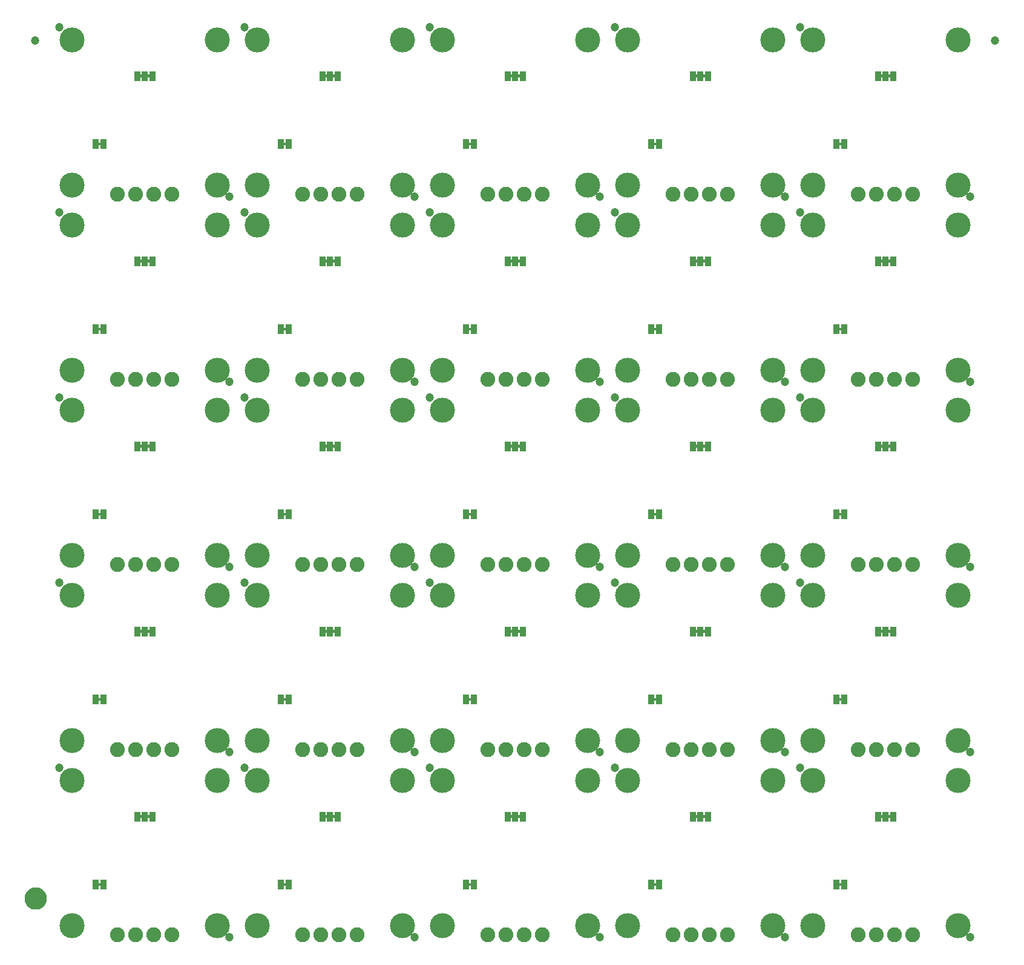
<source format=gbs>
G04 EAGLE Gerber RS-274X export*
G75*
%MOMM*%
%FSLAX34Y34*%
%LPD*%
%INSoldermask Bottom*%
%IPPOS*%
%AMOC8*
5,1,8,0,0,1.08239X$1,22.5*%
G01*
%ADD10C,3.505200*%
%ADD11C,2.082800*%
%ADD12C,1.203200*%
%ADD13R,0.863600X1.473200*%
%ADD14C,1.270000*%
%ADD15C,1.703200*%

G36*
X123890Y694067D02*
X123890Y694067D01*
X123956Y694069D01*
X123999Y694087D01*
X124046Y694095D01*
X124103Y694129D01*
X124163Y694154D01*
X124198Y694185D01*
X124239Y694210D01*
X124281Y694261D01*
X124329Y694305D01*
X124351Y694347D01*
X124380Y694384D01*
X124401Y694446D01*
X124432Y694505D01*
X124440Y694559D01*
X124452Y694596D01*
X124451Y694636D01*
X124459Y694690D01*
X124459Y697230D01*
X124448Y697295D01*
X124446Y697361D01*
X124428Y697404D01*
X124420Y697451D01*
X124386Y697508D01*
X124361Y697568D01*
X124330Y697603D01*
X124305Y697644D01*
X124254Y697686D01*
X124210Y697734D01*
X124168Y697756D01*
X124131Y697785D01*
X124069Y697806D01*
X124010Y697837D01*
X123956Y697845D01*
X123919Y697857D01*
X123879Y697856D01*
X123825Y697864D01*
X120015Y697864D01*
X119950Y697853D01*
X119884Y697851D01*
X119841Y697833D01*
X119794Y697825D01*
X119737Y697791D01*
X119677Y697766D01*
X119642Y697735D01*
X119601Y697710D01*
X119560Y697659D01*
X119511Y697615D01*
X119489Y697573D01*
X119460Y697536D01*
X119439Y697474D01*
X119408Y697415D01*
X119400Y697361D01*
X119388Y697324D01*
X119388Y697321D01*
X119389Y697284D01*
X119381Y697230D01*
X119381Y694690D01*
X119392Y694625D01*
X119394Y694559D01*
X119412Y694516D01*
X119420Y694469D01*
X119454Y694412D01*
X119479Y694352D01*
X119510Y694317D01*
X119535Y694276D01*
X119586Y694235D01*
X119630Y694186D01*
X119672Y694164D01*
X119709Y694135D01*
X119771Y694114D01*
X119830Y694083D01*
X119884Y694075D01*
X119921Y694063D01*
X119961Y694064D01*
X120015Y694056D01*
X123825Y694056D01*
X123890Y694067D01*
G37*
G36*
X642050Y694067D02*
X642050Y694067D01*
X642116Y694069D01*
X642159Y694087D01*
X642206Y694095D01*
X642263Y694129D01*
X642323Y694154D01*
X642358Y694185D01*
X642399Y694210D01*
X642441Y694261D01*
X642489Y694305D01*
X642511Y694347D01*
X642540Y694384D01*
X642561Y694446D01*
X642592Y694505D01*
X642600Y694559D01*
X642612Y694596D01*
X642611Y694636D01*
X642619Y694690D01*
X642619Y697230D01*
X642608Y697295D01*
X642606Y697361D01*
X642588Y697404D01*
X642580Y697451D01*
X642546Y697508D01*
X642521Y697568D01*
X642490Y697603D01*
X642465Y697644D01*
X642414Y697686D01*
X642370Y697734D01*
X642328Y697756D01*
X642291Y697785D01*
X642229Y697806D01*
X642170Y697837D01*
X642116Y697845D01*
X642079Y697857D01*
X642039Y697856D01*
X641985Y697864D01*
X638175Y697864D01*
X638110Y697853D01*
X638044Y697851D01*
X638001Y697833D01*
X637954Y697825D01*
X637897Y697791D01*
X637837Y697766D01*
X637802Y697735D01*
X637761Y697710D01*
X637720Y697659D01*
X637671Y697615D01*
X637649Y697573D01*
X637620Y697536D01*
X637599Y697474D01*
X637568Y697415D01*
X637560Y697361D01*
X637548Y697324D01*
X637548Y697321D01*
X637549Y697284D01*
X637541Y697230D01*
X637541Y694690D01*
X637552Y694625D01*
X637554Y694559D01*
X637572Y694516D01*
X637580Y694469D01*
X637614Y694412D01*
X637639Y694352D01*
X637670Y694317D01*
X637695Y694276D01*
X637746Y694235D01*
X637790Y694186D01*
X637832Y694164D01*
X637869Y694135D01*
X637931Y694114D01*
X637990Y694083D01*
X638044Y694075D01*
X638081Y694063D01*
X638121Y694064D01*
X638175Y694056D01*
X641985Y694056D01*
X642050Y694067D01*
G37*
G36*
X1160210Y694067D02*
X1160210Y694067D01*
X1160276Y694069D01*
X1160319Y694087D01*
X1160366Y694095D01*
X1160423Y694129D01*
X1160483Y694154D01*
X1160518Y694185D01*
X1160559Y694210D01*
X1160601Y694261D01*
X1160649Y694305D01*
X1160671Y694347D01*
X1160700Y694384D01*
X1160721Y694446D01*
X1160752Y694505D01*
X1160760Y694559D01*
X1160772Y694596D01*
X1160771Y694636D01*
X1160779Y694690D01*
X1160779Y697230D01*
X1160768Y697295D01*
X1160766Y697361D01*
X1160748Y697404D01*
X1160740Y697451D01*
X1160706Y697508D01*
X1160681Y697568D01*
X1160650Y697603D01*
X1160625Y697644D01*
X1160574Y697686D01*
X1160530Y697734D01*
X1160488Y697756D01*
X1160451Y697785D01*
X1160389Y697806D01*
X1160330Y697837D01*
X1160276Y697845D01*
X1160239Y697857D01*
X1160199Y697856D01*
X1160145Y697864D01*
X1156335Y697864D01*
X1156270Y697853D01*
X1156204Y697851D01*
X1156161Y697833D01*
X1156114Y697825D01*
X1156057Y697791D01*
X1155997Y697766D01*
X1155962Y697735D01*
X1155921Y697710D01*
X1155880Y697659D01*
X1155831Y697615D01*
X1155809Y697573D01*
X1155780Y697536D01*
X1155759Y697474D01*
X1155728Y697415D01*
X1155720Y697361D01*
X1155708Y697324D01*
X1155708Y697321D01*
X1155709Y697284D01*
X1155701Y697230D01*
X1155701Y694690D01*
X1155712Y694625D01*
X1155714Y694559D01*
X1155732Y694516D01*
X1155740Y694469D01*
X1155774Y694412D01*
X1155799Y694352D01*
X1155830Y694317D01*
X1155855Y694276D01*
X1155906Y694235D01*
X1155950Y694186D01*
X1155992Y694164D01*
X1156029Y694135D01*
X1156091Y694114D01*
X1156150Y694083D01*
X1156204Y694075D01*
X1156241Y694063D01*
X1156281Y694064D01*
X1156335Y694056D01*
X1160145Y694056D01*
X1160210Y694067D01*
G37*
G36*
X393130Y694067D02*
X393130Y694067D01*
X393196Y694069D01*
X393239Y694087D01*
X393286Y694095D01*
X393343Y694129D01*
X393403Y694154D01*
X393438Y694185D01*
X393479Y694210D01*
X393521Y694261D01*
X393569Y694305D01*
X393591Y694347D01*
X393620Y694384D01*
X393641Y694446D01*
X393672Y694505D01*
X393680Y694559D01*
X393692Y694596D01*
X393691Y694636D01*
X393699Y694690D01*
X393699Y697230D01*
X393688Y697295D01*
X393686Y697361D01*
X393668Y697404D01*
X393660Y697451D01*
X393626Y697508D01*
X393601Y697568D01*
X393570Y697603D01*
X393545Y697644D01*
X393494Y697686D01*
X393450Y697734D01*
X393408Y697756D01*
X393371Y697785D01*
X393309Y697806D01*
X393250Y697837D01*
X393196Y697845D01*
X393159Y697857D01*
X393119Y697856D01*
X393065Y697864D01*
X389255Y697864D01*
X389190Y697853D01*
X389124Y697851D01*
X389081Y697833D01*
X389034Y697825D01*
X388977Y697791D01*
X388917Y697766D01*
X388882Y697735D01*
X388841Y697710D01*
X388800Y697659D01*
X388751Y697615D01*
X388729Y697573D01*
X388700Y697536D01*
X388679Y697474D01*
X388648Y697415D01*
X388640Y697361D01*
X388628Y697324D01*
X388628Y697321D01*
X388629Y697284D01*
X388621Y697230D01*
X388621Y694690D01*
X388632Y694625D01*
X388634Y694559D01*
X388652Y694516D01*
X388660Y694469D01*
X388694Y694412D01*
X388719Y694352D01*
X388750Y694317D01*
X388775Y694276D01*
X388826Y694235D01*
X388870Y694186D01*
X388912Y694164D01*
X388949Y694135D01*
X389011Y694114D01*
X389070Y694083D01*
X389124Y694075D01*
X389161Y694063D01*
X389201Y694064D01*
X389255Y694056D01*
X393065Y694056D01*
X393130Y694067D01*
G37*
G36*
X382970Y694067D02*
X382970Y694067D01*
X383036Y694069D01*
X383079Y694087D01*
X383126Y694095D01*
X383183Y694129D01*
X383243Y694154D01*
X383278Y694185D01*
X383319Y694210D01*
X383361Y694261D01*
X383409Y694305D01*
X383431Y694347D01*
X383460Y694384D01*
X383481Y694446D01*
X383512Y694505D01*
X383520Y694559D01*
X383532Y694596D01*
X383531Y694636D01*
X383539Y694690D01*
X383539Y697230D01*
X383528Y697295D01*
X383526Y697361D01*
X383508Y697404D01*
X383500Y697451D01*
X383466Y697508D01*
X383441Y697568D01*
X383410Y697603D01*
X383385Y697644D01*
X383334Y697686D01*
X383290Y697734D01*
X383248Y697756D01*
X383211Y697785D01*
X383149Y697806D01*
X383090Y697837D01*
X383036Y697845D01*
X382999Y697857D01*
X382959Y697856D01*
X382905Y697864D01*
X379095Y697864D01*
X379030Y697853D01*
X378964Y697851D01*
X378921Y697833D01*
X378874Y697825D01*
X378817Y697791D01*
X378757Y697766D01*
X378722Y697735D01*
X378681Y697710D01*
X378640Y697659D01*
X378591Y697615D01*
X378569Y697573D01*
X378540Y697536D01*
X378519Y697474D01*
X378488Y697415D01*
X378480Y697361D01*
X378468Y697324D01*
X378468Y697321D01*
X378469Y697284D01*
X378461Y697230D01*
X378461Y694690D01*
X378472Y694625D01*
X378474Y694559D01*
X378492Y694516D01*
X378500Y694469D01*
X378534Y694412D01*
X378559Y694352D01*
X378590Y694317D01*
X378615Y694276D01*
X378666Y694235D01*
X378710Y694186D01*
X378752Y694164D01*
X378789Y694135D01*
X378851Y694114D01*
X378910Y694083D01*
X378964Y694075D01*
X379001Y694063D01*
X379041Y694064D01*
X379095Y694056D01*
X382905Y694056D01*
X382970Y694067D01*
G37*
G36*
X652210Y694067D02*
X652210Y694067D01*
X652276Y694069D01*
X652319Y694087D01*
X652366Y694095D01*
X652423Y694129D01*
X652483Y694154D01*
X652518Y694185D01*
X652559Y694210D01*
X652601Y694261D01*
X652649Y694305D01*
X652671Y694347D01*
X652700Y694384D01*
X652721Y694446D01*
X652752Y694505D01*
X652760Y694559D01*
X652772Y694596D01*
X652771Y694636D01*
X652779Y694690D01*
X652779Y697230D01*
X652768Y697295D01*
X652766Y697361D01*
X652748Y697404D01*
X652740Y697451D01*
X652706Y697508D01*
X652681Y697568D01*
X652650Y697603D01*
X652625Y697644D01*
X652574Y697686D01*
X652530Y697734D01*
X652488Y697756D01*
X652451Y697785D01*
X652389Y697806D01*
X652330Y697837D01*
X652276Y697845D01*
X652239Y697857D01*
X652199Y697856D01*
X652145Y697864D01*
X648335Y697864D01*
X648270Y697853D01*
X648204Y697851D01*
X648161Y697833D01*
X648114Y697825D01*
X648057Y697791D01*
X647997Y697766D01*
X647962Y697735D01*
X647921Y697710D01*
X647880Y697659D01*
X647831Y697615D01*
X647809Y697573D01*
X647780Y697536D01*
X647759Y697474D01*
X647728Y697415D01*
X647720Y697361D01*
X647708Y697324D01*
X647708Y697321D01*
X647709Y697284D01*
X647701Y697230D01*
X647701Y694690D01*
X647712Y694625D01*
X647714Y694559D01*
X647732Y694516D01*
X647740Y694469D01*
X647774Y694412D01*
X647799Y694352D01*
X647830Y694317D01*
X647855Y694276D01*
X647906Y694235D01*
X647950Y694186D01*
X647992Y694164D01*
X648029Y694135D01*
X648091Y694114D01*
X648150Y694083D01*
X648204Y694075D01*
X648241Y694063D01*
X648281Y694064D01*
X648335Y694056D01*
X652145Y694056D01*
X652210Y694067D01*
G37*
G36*
X1170370Y694067D02*
X1170370Y694067D01*
X1170436Y694069D01*
X1170479Y694087D01*
X1170526Y694095D01*
X1170583Y694129D01*
X1170643Y694154D01*
X1170678Y694185D01*
X1170719Y694210D01*
X1170761Y694261D01*
X1170809Y694305D01*
X1170831Y694347D01*
X1170860Y694384D01*
X1170881Y694446D01*
X1170912Y694505D01*
X1170920Y694559D01*
X1170932Y694596D01*
X1170931Y694636D01*
X1170939Y694690D01*
X1170939Y697230D01*
X1170928Y697295D01*
X1170926Y697361D01*
X1170908Y697404D01*
X1170900Y697451D01*
X1170866Y697508D01*
X1170841Y697568D01*
X1170810Y697603D01*
X1170785Y697644D01*
X1170734Y697686D01*
X1170690Y697734D01*
X1170648Y697756D01*
X1170611Y697785D01*
X1170549Y697806D01*
X1170490Y697837D01*
X1170436Y697845D01*
X1170399Y697857D01*
X1170359Y697856D01*
X1170305Y697864D01*
X1166495Y697864D01*
X1166430Y697853D01*
X1166364Y697851D01*
X1166321Y697833D01*
X1166274Y697825D01*
X1166217Y697791D01*
X1166157Y697766D01*
X1166122Y697735D01*
X1166081Y697710D01*
X1166040Y697659D01*
X1165991Y697615D01*
X1165969Y697573D01*
X1165940Y697536D01*
X1165919Y697474D01*
X1165888Y697415D01*
X1165880Y697361D01*
X1165868Y697324D01*
X1165868Y697321D01*
X1165869Y697284D01*
X1165861Y697230D01*
X1165861Y694690D01*
X1165872Y694625D01*
X1165874Y694559D01*
X1165892Y694516D01*
X1165900Y694469D01*
X1165934Y694412D01*
X1165959Y694352D01*
X1165990Y694317D01*
X1166015Y694276D01*
X1166066Y694235D01*
X1166110Y694186D01*
X1166152Y694164D01*
X1166189Y694135D01*
X1166251Y694114D01*
X1166310Y694083D01*
X1166364Y694075D01*
X1166401Y694063D01*
X1166441Y694064D01*
X1166495Y694056D01*
X1170305Y694056D01*
X1170370Y694067D01*
G37*
G36*
X901130Y694067D02*
X901130Y694067D01*
X901196Y694069D01*
X901239Y694087D01*
X901286Y694095D01*
X901343Y694129D01*
X901403Y694154D01*
X901438Y694185D01*
X901479Y694210D01*
X901521Y694261D01*
X901569Y694305D01*
X901591Y694347D01*
X901620Y694384D01*
X901641Y694446D01*
X901672Y694505D01*
X901680Y694559D01*
X901692Y694596D01*
X901691Y694636D01*
X901699Y694690D01*
X901699Y697230D01*
X901688Y697295D01*
X901686Y697361D01*
X901668Y697404D01*
X901660Y697451D01*
X901626Y697508D01*
X901601Y697568D01*
X901570Y697603D01*
X901545Y697644D01*
X901494Y697686D01*
X901450Y697734D01*
X901408Y697756D01*
X901371Y697785D01*
X901309Y697806D01*
X901250Y697837D01*
X901196Y697845D01*
X901159Y697857D01*
X901119Y697856D01*
X901065Y697864D01*
X897255Y697864D01*
X897190Y697853D01*
X897124Y697851D01*
X897081Y697833D01*
X897034Y697825D01*
X896977Y697791D01*
X896917Y697766D01*
X896882Y697735D01*
X896841Y697710D01*
X896800Y697659D01*
X896751Y697615D01*
X896729Y697573D01*
X896700Y697536D01*
X896679Y697474D01*
X896648Y697415D01*
X896640Y697361D01*
X896628Y697324D01*
X896628Y697321D01*
X896629Y697284D01*
X896621Y697230D01*
X896621Y694690D01*
X896632Y694625D01*
X896634Y694559D01*
X896652Y694516D01*
X896660Y694469D01*
X896694Y694412D01*
X896719Y694352D01*
X896750Y694317D01*
X896775Y694276D01*
X896826Y694235D01*
X896870Y694186D01*
X896912Y694164D01*
X896949Y694135D01*
X897011Y694114D01*
X897070Y694083D01*
X897124Y694075D01*
X897161Y694063D01*
X897201Y694064D01*
X897255Y694056D01*
X901065Y694056D01*
X901130Y694067D01*
G37*
G36*
X911290Y694067D02*
X911290Y694067D01*
X911356Y694069D01*
X911399Y694087D01*
X911446Y694095D01*
X911503Y694129D01*
X911563Y694154D01*
X911598Y694185D01*
X911639Y694210D01*
X911681Y694261D01*
X911729Y694305D01*
X911751Y694347D01*
X911780Y694384D01*
X911801Y694446D01*
X911832Y694505D01*
X911840Y694559D01*
X911852Y694596D01*
X911851Y694636D01*
X911859Y694690D01*
X911859Y697230D01*
X911848Y697295D01*
X911846Y697361D01*
X911828Y697404D01*
X911820Y697451D01*
X911786Y697508D01*
X911761Y697568D01*
X911730Y697603D01*
X911705Y697644D01*
X911654Y697686D01*
X911610Y697734D01*
X911568Y697756D01*
X911531Y697785D01*
X911469Y697806D01*
X911410Y697837D01*
X911356Y697845D01*
X911319Y697857D01*
X911279Y697856D01*
X911225Y697864D01*
X907415Y697864D01*
X907350Y697853D01*
X907284Y697851D01*
X907241Y697833D01*
X907194Y697825D01*
X907137Y697791D01*
X907077Y697766D01*
X907042Y697735D01*
X907001Y697710D01*
X906960Y697659D01*
X906911Y697615D01*
X906889Y697573D01*
X906860Y697536D01*
X906839Y697474D01*
X906808Y697415D01*
X906800Y697361D01*
X906788Y697324D01*
X906788Y697321D01*
X906789Y697284D01*
X906781Y697230D01*
X906781Y694690D01*
X906792Y694625D01*
X906794Y694559D01*
X906812Y694516D01*
X906820Y694469D01*
X906854Y694412D01*
X906879Y694352D01*
X906910Y694317D01*
X906935Y694276D01*
X906986Y694235D01*
X907030Y694186D01*
X907072Y694164D01*
X907109Y694135D01*
X907171Y694114D01*
X907230Y694083D01*
X907284Y694075D01*
X907321Y694063D01*
X907361Y694064D01*
X907415Y694056D01*
X911225Y694056D01*
X911290Y694067D01*
G37*
G36*
X134050Y694067D02*
X134050Y694067D01*
X134116Y694069D01*
X134159Y694087D01*
X134206Y694095D01*
X134263Y694129D01*
X134323Y694154D01*
X134358Y694185D01*
X134399Y694210D01*
X134441Y694261D01*
X134489Y694305D01*
X134511Y694347D01*
X134540Y694384D01*
X134561Y694446D01*
X134592Y694505D01*
X134600Y694559D01*
X134612Y694596D01*
X134611Y694636D01*
X134619Y694690D01*
X134619Y697230D01*
X134608Y697295D01*
X134606Y697361D01*
X134588Y697404D01*
X134580Y697451D01*
X134546Y697508D01*
X134521Y697568D01*
X134490Y697603D01*
X134465Y697644D01*
X134414Y697686D01*
X134370Y697734D01*
X134328Y697756D01*
X134291Y697785D01*
X134229Y697806D01*
X134170Y697837D01*
X134116Y697845D01*
X134079Y697857D01*
X134039Y697856D01*
X133985Y697864D01*
X130175Y697864D01*
X130110Y697853D01*
X130044Y697851D01*
X130001Y697833D01*
X129954Y697825D01*
X129897Y697791D01*
X129837Y697766D01*
X129802Y697735D01*
X129761Y697710D01*
X129720Y697659D01*
X129671Y697615D01*
X129649Y697573D01*
X129620Y697536D01*
X129599Y697474D01*
X129568Y697415D01*
X129560Y697361D01*
X129548Y697324D01*
X129548Y697321D01*
X129549Y697284D01*
X129541Y697230D01*
X129541Y694690D01*
X129552Y694625D01*
X129554Y694559D01*
X129572Y694516D01*
X129580Y694469D01*
X129614Y694412D01*
X129639Y694352D01*
X129670Y694317D01*
X129695Y694276D01*
X129746Y694235D01*
X129790Y694186D01*
X129832Y694164D01*
X129869Y694135D01*
X129931Y694114D01*
X129990Y694083D01*
X130044Y694075D01*
X130081Y694063D01*
X130121Y694064D01*
X130175Y694056D01*
X133985Y694056D01*
X134050Y694067D01*
G37*
G36*
X652210Y1212227D02*
X652210Y1212227D01*
X652276Y1212229D01*
X652319Y1212247D01*
X652366Y1212255D01*
X652423Y1212289D01*
X652483Y1212314D01*
X652518Y1212345D01*
X652559Y1212370D01*
X652601Y1212421D01*
X652649Y1212465D01*
X652671Y1212507D01*
X652700Y1212544D01*
X652721Y1212606D01*
X652752Y1212665D01*
X652760Y1212719D01*
X652772Y1212756D01*
X652771Y1212796D01*
X652779Y1212850D01*
X652779Y1215390D01*
X652768Y1215455D01*
X652766Y1215521D01*
X652748Y1215564D01*
X652740Y1215611D01*
X652706Y1215668D01*
X652681Y1215728D01*
X652650Y1215763D01*
X652625Y1215804D01*
X652574Y1215846D01*
X652530Y1215894D01*
X652488Y1215916D01*
X652451Y1215945D01*
X652389Y1215966D01*
X652330Y1215997D01*
X652276Y1216005D01*
X652239Y1216017D01*
X652199Y1216016D01*
X652145Y1216024D01*
X648335Y1216024D01*
X648270Y1216013D01*
X648204Y1216011D01*
X648161Y1215993D01*
X648114Y1215985D01*
X648057Y1215951D01*
X647997Y1215926D01*
X647962Y1215895D01*
X647921Y1215870D01*
X647880Y1215819D01*
X647831Y1215775D01*
X647809Y1215733D01*
X647780Y1215696D01*
X647759Y1215634D01*
X647728Y1215575D01*
X647720Y1215521D01*
X647708Y1215484D01*
X647708Y1215481D01*
X647709Y1215444D01*
X647701Y1215390D01*
X647701Y1212850D01*
X647712Y1212785D01*
X647714Y1212719D01*
X647732Y1212676D01*
X647740Y1212629D01*
X647774Y1212572D01*
X647799Y1212512D01*
X647830Y1212477D01*
X647855Y1212436D01*
X647906Y1212395D01*
X647950Y1212346D01*
X647992Y1212324D01*
X648029Y1212295D01*
X648091Y1212274D01*
X648150Y1212243D01*
X648204Y1212235D01*
X648241Y1212223D01*
X648281Y1212224D01*
X648335Y1212216D01*
X652145Y1212216D01*
X652210Y1212227D01*
G37*
G36*
X1170370Y1212227D02*
X1170370Y1212227D01*
X1170436Y1212229D01*
X1170479Y1212247D01*
X1170526Y1212255D01*
X1170583Y1212289D01*
X1170643Y1212314D01*
X1170678Y1212345D01*
X1170719Y1212370D01*
X1170761Y1212421D01*
X1170809Y1212465D01*
X1170831Y1212507D01*
X1170860Y1212544D01*
X1170881Y1212606D01*
X1170912Y1212665D01*
X1170920Y1212719D01*
X1170932Y1212756D01*
X1170931Y1212796D01*
X1170939Y1212850D01*
X1170939Y1215390D01*
X1170928Y1215455D01*
X1170926Y1215521D01*
X1170908Y1215564D01*
X1170900Y1215611D01*
X1170866Y1215668D01*
X1170841Y1215728D01*
X1170810Y1215763D01*
X1170785Y1215804D01*
X1170734Y1215846D01*
X1170690Y1215894D01*
X1170648Y1215916D01*
X1170611Y1215945D01*
X1170549Y1215966D01*
X1170490Y1215997D01*
X1170436Y1216005D01*
X1170399Y1216017D01*
X1170359Y1216016D01*
X1170305Y1216024D01*
X1166495Y1216024D01*
X1166430Y1216013D01*
X1166364Y1216011D01*
X1166321Y1215993D01*
X1166274Y1215985D01*
X1166217Y1215951D01*
X1166157Y1215926D01*
X1166122Y1215895D01*
X1166081Y1215870D01*
X1166040Y1215819D01*
X1165991Y1215775D01*
X1165969Y1215733D01*
X1165940Y1215696D01*
X1165919Y1215634D01*
X1165888Y1215575D01*
X1165880Y1215521D01*
X1165868Y1215484D01*
X1165868Y1215481D01*
X1165869Y1215444D01*
X1165861Y1215390D01*
X1165861Y1212850D01*
X1165872Y1212785D01*
X1165874Y1212719D01*
X1165892Y1212676D01*
X1165900Y1212629D01*
X1165934Y1212572D01*
X1165959Y1212512D01*
X1165990Y1212477D01*
X1166015Y1212436D01*
X1166066Y1212395D01*
X1166110Y1212346D01*
X1166152Y1212324D01*
X1166189Y1212295D01*
X1166251Y1212274D01*
X1166310Y1212243D01*
X1166364Y1212235D01*
X1166401Y1212223D01*
X1166441Y1212224D01*
X1166495Y1212216D01*
X1170305Y1212216D01*
X1170370Y1212227D01*
G37*
G36*
X911290Y1212227D02*
X911290Y1212227D01*
X911356Y1212229D01*
X911399Y1212247D01*
X911446Y1212255D01*
X911503Y1212289D01*
X911563Y1212314D01*
X911598Y1212345D01*
X911639Y1212370D01*
X911681Y1212421D01*
X911729Y1212465D01*
X911751Y1212507D01*
X911780Y1212544D01*
X911801Y1212606D01*
X911832Y1212665D01*
X911840Y1212719D01*
X911852Y1212756D01*
X911851Y1212796D01*
X911859Y1212850D01*
X911859Y1215390D01*
X911848Y1215455D01*
X911846Y1215521D01*
X911828Y1215564D01*
X911820Y1215611D01*
X911786Y1215668D01*
X911761Y1215728D01*
X911730Y1215763D01*
X911705Y1215804D01*
X911654Y1215846D01*
X911610Y1215894D01*
X911568Y1215916D01*
X911531Y1215945D01*
X911469Y1215966D01*
X911410Y1215997D01*
X911356Y1216005D01*
X911319Y1216017D01*
X911279Y1216016D01*
X911225Y1216024D01*
X907415Y1216024D01*
X907350Y1216013D01*
X907284Y1216011D01*
X907241Y1215993D01*
X907194Y1215985D01*
X907137Y1215951D01*
X907077Y1215926D01*
X907042Y1215895D01*
X907001Y1215870D01*
X906960Y1215819D01*
X906911Y1215775D01*
X906889Y1215733D01*
X906860Y1215696D01*
X906839Y1215634D01*
X906808Y1215575D01*
X906800Y1215521D01*
X906788Y1215484D01*
X906788Y1215481D01*
X906789Y1215444D01*
X906781Y1215390D01*
X906781Y1212850D01*
X906792Y1212785D01*
X906794Y1212719D01*
X906812Y1212676D01*
X906820Y1212629D01*
X906854Y1212572D01*
X906879Y1212512D01*
X906910Y1212477D01*
X906935Y1212436D01*
X906986Y1212395D01*
X907030Y1212346D01*
X907072Y1212324D01*
X907109Y1212295D01*
X907171Y1212274D01*
X907230Y1212243D01*
X907284Y1212235D01*
X907321Y1212223D01*
X907361Y1212224D01*
X907415Y1212216D01*
X911225Y1212216D01*
X911290Y1212227D01*
G37*
G36*
X382970Y1212227D02*
X382970Y1212227D01*
X383036Y1212229D01*
X383079Y1212247D01*
X383126Y1212255D01*
X383183Y1212289D01*
X383243Y1212314D01*
X383278Y1212345D01*
X383319Y1212370D01*
X383361Y1212421D01*
X383409Y1212465D01*
X383431Y1212507D01*
X383460Y1212544D01*
X383481Y1212606D01*
X383512Y1212665D01*
X383520Y1212719D01*
X383532Y1212756D01*
X383531Y1212796D01*
X383539Y1212850D01*
X383539Y1215390D01*
X383528Y1215455D01*
X383526Y1215521D01*
X383508Y1215564D01*
X383500Y1215611D01*
X383466Y1215668D01*
X383441Y1215728D01*
X383410Y1215763D01*
X383385Y1215804D01*
X383334Y1215846D01*
X383290Y1215894D01*
X383248Y1215916D01*
X383211Y1215945D01*
X383149Y1215966D01*
X383090Y1215997D01*
X383036Y1216005D01*
X382999Y1216017D01*
X382959Y1216016D01*
X382905Y1216024D01*
X379095Y1216024D01*
X379030Y1216013D01*
X378964Y1216011D01*
X378921Y1215993D01*
X378874Y1215985D01*
X378817Y1215951D01*
X378757Y1215926D01*
X378722Y1215895D01*
X378681Y1215870D01*
X378640Y1215819D01*
X378591Y1215775D01*
X378569Y1215733D01*
X378540Y1215696D01*
X378519Y1215634D01*
X378488Y1215575D01*
X378480Y1215521D01*
X378468Y1215484D01*
X378468Y1215481D01*
X378469Y1215444D01*
X378461Y1215390D01*
X378461Y1212850D01*
X378472Y1212785D01*
X378474Y1212719D01*
X378492Y1212676D01*
X378500Y1212629D01*
X378534Y1212572D01*
X378559Y1212512D01*
X378590Y1212477D01*
X378615Y1212436D01*
X378666Y1212395D01*
X378710Y1212346D01*
X378752Y1212324D01*
X378789Y1212295D01*
X378851Y1212274D01*
X378910Y1212243D01*
X378964Y1212235D01*
X379001Y1212223D01*
X379041Y1212224D01*
X379095Y1212216D01*
X382905Y1212216D01*
X382970Y1212227D01*
G37*
G36*
X642050Y1212227D02*
X642050Y1212227D01*
X642116Y1212229D01*
X642159Y1212247D01*
X642206Y1212255D01*
X642263Y1212289D01*
X642323Y1212314D01*
X642358Y1212345D01*
X642399Y1212370D01*
X642441Y1212421D01*
X642489Y1212465D01*
X642511Y1212507D01*
X642540Y1212544D01*
X642561Y1212606D01*
X642592Y1212665D01*
X642600Y1212719D01*
X642612Y1212756D01*
X642611Y1212796D01*
X642619Y1212850D01*
X642619Y1215390D01*
X642608Y1215455D01*
X642606Y1215521D01*
X642588Y1215564D01*
X642580Y1215611D01*
X642546Y1215668D01*
X642521Y1215728D01*
X642490Y1215763D01*
X642465Y1215804D01*
X642414Y1215846D01*
X642370Y1215894D01*
X642328Y1215916D01*
X642291Y1215945D01*
X642229Y1215966D01*
X642170Y1215997D01*
X642116Y1216005D01*
X642079Y1216017D01*
X642039Y1216016D01*
X641985Y1216024D01*
X638175Y1216024D01*
X638110Y1216013D01*
X638044Y1216011D01*
X638001Y1215993D01*
X637954Y1215985D01*
X637897Y1215951D01*
X637837Y1215926D01*
X637802Y1215895D01*
X637761Y1215870D01*
X637720Y1215819D01*
X637671Y1215775D01*
X637649Y1215733D01*
X637620Y1215696D01*
X637599Y1215634D01*
X637568Y1215575D01*
X637560Y1215521D01*
X637548Y1215484D01*
X637548Y1215481D01*
X637549Y1215444D01*
X637541Y1215390D01*
X637541Y1212850D01*
X637552Y1212785D01*
X637554Y1212719D01*
X637572Y1212676D01*
X637580Y1212629D01*
X637614Y1212572D01*
X637639Y1212512D01*
X637670Y1212477D01*
X637695Y1212436D01*
X637746Y1212395D01*
X637790Y1212346D01*
X637832Y1212324D01*
X637869Y1212295D01*
X637931Y1212274D01*
X637990Y1212243D01*
X638044Y1212235D01*
X638081Y1212223D01*
X638121Y1212224D01*
X638175Y1212216D01*
X641985Y1212216D01*
X642050Y1212227D01*
G37*
G36*
X134050Y1212227D02*
X134050Y1212227D01*
X134116Y1212229D01*
X134159Y1212247D01*
X134206Y1212255D01*
X134263Y1212289D01*
X134323Y1212314D01*
X134358Y1212345D01*
X134399Y1212370D01*
X134441Y1212421D01*
X134489Y1212465D01*
X134511Y1212507D01*
X134540Y1212544D01*
X134561Y1212606D01*
X134592Y1212665D01*
X134600Y1212719D01*
X134612Y1212756D01*
X134611Y1212796D01*
X134619Y1212850D01*
X134619Y1215390D01*
X134608Y1215455D01*
X134606Y1215521D01*
X134588Y1215564D01*
X134580Y1215611D01*
X134546Y1215668D01*
X134521Y1215728D01*
X134490Y1215763D01*
X134465Y1215804D01*
X134414Y1215846D01*
X134370Y1215894D01*
X134328Y1215916D01*
X134291Y1215945D01*
X134229Y1215966D01*
X134170Y1215997D01*
X134116Y1216005D01*
X134079Y1216017D01*
X134039Y1216016D01*
X133985Y1216024D01*
X130175Y1216024D01*
X130110Y1216013D01*
X130044Y1216011D01*
X130001Y1215993D01*
X129954Y1215985D01*
X129897Y1215951D01*
X129837Y1215926D01*
X129802Y1215895D01*
X129761Y1215870D01*
X129720Y1215819D01*
X129671Y1215775D01*
X129649Y1215733D01*
X129620Y1215696D01*
X129599Y1215634D01*
X129568Y1215575D01*
X129560Y1215521D01*
X129548Y1215484D01*
X129548Y1215481D01*
X129549Y1215444D01*
X129541Y1215390D01*
X129541Y1212850D01*
X129552Y1212785D01*
X129554Y1212719D01*
X129572Y1212676D01*
X129580Y1212629D01*
X129614Y1212572D01*
X129639Y1212512D01*
X129670Y1212477D01*
X129695Y1212436D01*
X129746Y1212395D01*
X129790Y1212346D01*
X129832Y1212324D01*
X129869Y1212295D01*
X129931Y1212274D01*
X129990Y1212243D01*
X130044Y1212235D01*
X130081Y1212223D01*
X130121Y1212224D01*
X130175Y1212216D01*
X133985Y1212216D01*
X134050Y1212227D01*
G37*
G36*
X901130Y1212227D02*
X901130Y1212227D01*
X901196Y1212229D01*
X901239Y1212247D01*
X901286Y1212255D01*
X901343Y1212289D01*
X901403Y1212314D01*
X901438Y1212345D01*
X901479Y1212370D01*
X901521Y1212421D01*
X901569Y1212465D01*
X901591Y1212507D01*
X901620Y1212544D01*
X901641Y1212606D01*
X901672Y1212665D01*
X901680Y1212719D01*
X901692Y1212756D01*
X901691Y1212796D01*
X901699Y1212850D01*
X901699Y1215390D01*
X901688Y1215455D01*
X901686Y1215521D01*
X901668Y1215564D01*
X901660Y1215611D01*
X901626Y1215668D01*
X901601Y1215728D01*
X901570Y1215763D01*
X901545Y1215804D01*
X901494Y1215846D01*
X901450Y1215894D01*
X901408Y1215916D01*
X901371Y1215945D01*
X901309Y1215966D01*
X901250Y1215997D01*
X901196Y1216005D01*
X901159Y1216017D01*
X901119Y1216016D01*
X901065Y1216024D01*
X897255Y1216024D01*
X897190Y1216013D01*
X897124Y1216011D01*
X897081Y1215993D01*
X897034Y1215985D01*
X896977Y1215951D01*
X896917Y1215926D01*
X896882Y1215895D01*
X896841Y1215870D01*
X896800Y1215819D01*
X896751Y1215775D01*
X896729Y1215733D01*
X896700Y1215696D01*
X896679Y1215634D01*
X896648Y1215575D01*
X896640Y1215521D01*
X896628Y1215484D01*
X896628Y1215481D01*
X896629Y1215444D01*
X896621Y1215390D01*
X896621Y1212850D01*
X896632Y1212785D01*
X896634Y1212719D01*
X896652Y1212676D01*
X896660Y1212629D01*
X896694Y1212572D01*
X896719Y1212512D01*
X896750Y1212477D01*
X896775Y1212436D01*
X896826Y1212395D01*
X896870Y1212346D01*
X896912Y1212324D01*
X896949Y1212295D01*
X897011Y1212274D01*
X897070Y1212243D01*
X897124Y1212235D01*
X897161Y1212223D01*
X897201Y1212224D01*
X897255Y1212216D01*
X901065Y1212216D01*
X901130Y1212227D01*
G37*
G36*
X393130Y1212227D02*
X393130Y1212227D01*
X393196Y1212229D01*
X393239Y1212247D01*
X393286Y1212255D01*
X393343Y1212289D01*
X393403Y1212314D01*
X393438Y1212345D01*
X393479Y1212370D01*
X393521Y1212421D01*
X393569Y1212465D01*
X393591Y1212507D01*
X393620Y1212544D01*
X393641Y1212606D01*
X393672Y1212665D01*
X393680Y1212719D01*
X393692Y1212756D01*
X393691Y1212796D01*
X393699Y1212850D01*
X393699Y1215390D01*
X393688Y1215455D01*
X393686Y1215521D01*
X393668Y1215564D01*
X393660Y1215611D01*
X393626Y1215668D01*
X393601Y1215728D01*
X393570Y1215763D01*
X393545Y1215804D01*
X393494Y1215846D01*
X393450Y1215894D01*
X393408Y1215916D01*
X393371Y1215945D01*
X393309Y1215966D01*
X393250Y1215997D01*
X393196Y1216005D01*
X393159Y1216017D01*
X393119Y1216016D01*
X393065Y1216024D01*
X389255Y1216024D01*
X389190Y1216013D01*
X389124Y1216011D01*
X389081Y1215993D01*
X389034Y1215985D01*
X388977Y1215951D01*
X388917Y1215926D01*
X388882Y1215895D01*
X388841Y1215870D01*
X388800Y1215819D01*
X388751Y1215775D01*
X388729Y1215733D01*
X388700Y1215696D01*
X388679Y1215634D01*
X388648Y1215575D01*
X388640Y1215521D01*
X388628Y1215484D01*
X388628Y1215481D01*
X388629Y1215444D01*
X388621Y1215390D01*
X388621Y1212850D01*
X388632Y1212785D01*
X388634Y1212719D01*
X388652Y1212676D01*
X388660Y1212629D01*
X388694Y1212572D01*
X388719Y1212512D01*
X388750Y1212477D01*
X388775Y1212436D01*
X388826Y1212395D01*
X388870Y1212346D01*
X388912Y1212324D01*
X388949Y1212295D01*
X389011Y1212274D01*
X389070Y1212243D01*
X389124Y1212235D01*
X389161Y1212223D01*
X389201Y1212224D01*
X389255Y1212216D01*
X393065Y1212216D01*
X393130Y1212227D01*
G37*
G36*
X324550Y1116977D02*
X324550Y1116977D01*
X324616Y1116979D01*
X324659Y1116997D01*
X324706Y1117005D01*
X324763Y1117039D01*
X324823Y1117064D01*
X324858Y1117095D01*
X324899Y1117120D01*
X324941Y1117171D01*
X324989Y1117215D01*
X325011Y1117257D01*
X325040Y1117294D01*
X325061Y1117356D01*
X325092Y1117415D01*
X325100Y1117469D01*
X325112Y1117506D01*
X325111Y1117546D01*
X325119Y1117600D01*
X325119Y1120140D01*
X325108Y1120205D01*
X325106Y1120271D01*
X325088Y1120314D01*
X325080Y1120361D01*
X325046Y1120418D01*
X325021Y1120478D01*
X324990Y1120513D01*
X324965Y1120554D01*
X324914Y1120596D01*
X324870Y1120644D01*
X324828Y1120666D01*
X324791Y1120695D01*
X324729Y1120716D01*
X324670Y1120747D01*
X324616Y1120755D01*
X324579Y1120767D01*
X324539Y1120766D01*
X324485Y1120774D01*
X320675Y1120774D01*
X320610Y1120763D01*
X320544Y1120761D01*
X320501Y1120743D01*
X320454Y1120735D01*
X320397Y1120701D01*
X320337Y1120676D01*
X320302Y1120645D01*
X320261Y1120620D01*
X320220Y1120569D01*
X320171Y1120525D01*
X320149Y1120483D01*
X320120Y1120446D01*
X320099Y1120384D01*
X320068Y1120325D01*
X320060Y1120271D01*
X320048Y1120234D01*
X320048Y1120231D01*
X320049Y1120194D01*
X320041Y1120140D01*
X320041Y1117600D01*
X320052Y1117535D01*
X320054Y1117469D01*
X320072Y1117426D01*
X320080Y1117379D01*
X320114Y1117322D01*
X320139Y1117262D01*
X320170Y1117227D01*
X320195Y1117186D01*
X320246Y1117145D01*
X320290Y1117096D01*
X320332Y1117074D01*
X320369Y1117045D01*
X320431Y1117024D01*
X320490Y1116993D01*
X320544Y1116985D01*
X320581Y1116973D01*
X320621Y1116974D01*
X320675Y1116966D01*
X324485Y1116966D01*
X324550Y1116977D01*
G37*
G36*
X65470Y1116977D02*
X65470Y1116977D01*
X65536Y1116979D01*
X65579Y1116997D01*
X65626Y1117005D01*
X65683Y1117039D01*
X65743Y1117064D01*
X65778Y1117095D01*
X65819Y1117120D01*
X65861Y1117171D01*
X65909Y1117215D01*
X65931Y1117257D01*
X65960Y1117294D01*
X65981Y1117356D01*
X66012Y1117415D01*
X66020Y1117469D01*
X66032Y1117506D01*
X66031Y1117546D01*
X66039Y1117600D01*
X66039Y1120140D01*
X66028Y1120205D01*
X66026Y1120271D01*
X66008Y1120314D01*
X66000Y1120361D01*
X65966Y1120418D01*
X65941Y1120478D01*
X65910Y1120513D01*
X65885Y1120554D01*
X65834Y1120596D01*
X65790Y1120644D01*
X65748Y1120666D01*
X65711Y1120695D01*
X65649Y1120716D01*
X65590Y1120747D01*
X65536Y1120755D01*
X65499Y1120767D01*
X65459Y1120766D01*
X65405Y1120774D01*
X61595Y1120774D01*
X61530Y1120763D01*
X61464Y1120761D01*
X61421Y1120743D01*
X61374Y1120735D01*
X61317Y1120701D01*
X61257Y1120676D01*
X61222Y1120645D01*
X61181Y1120620D01*
X61140Y1120569D01*
X61091Y1120525D01*
X61069Y1120483D01*
X61040Y1120446D01*
X61019Y1120384D01*
X60988Y1120325D01*
X60980Y1120271D01*
X60968Y1120234D01*
X60968Y1120231D01*
X60969Y1120194D01*
X60961Y1120140D01*
X60961Y1117600D01*
X60972Y1117535D01*
X60974Y1117469D01*
X60992Y1117426D01*
X61000Y1117379D01*
X61034Y1117322D01*
X61059Y1117262D01*
X61090Y1117227D01*
X61115Y1117186D01*
X61166Y1117145D01*
X61210Y1117096D01*
X61252Y1117074D01*
X61289Y1117045D01*
X61351Y1117024D01*
X61410Y1116993D01*
X61464Y1116985D01*
X61501Y1116973D01*
X61541Y1116974D01*
X61595Y1116966D01*
X65405Y1116966D01*
X65470Y1116977D01*
G37*
G36*
X1101790Y1116977D02*
X1101790Y1116977D01*
X1101856Y1116979D01*
X1101899Y1116997D01*
X1101946Y1117005D01*
X1102003Y1117039D01*
X1102063Y1117064D01*
X1102098Y1117095D01*
X1102139Y1117120D01*
X1102181Y1117171D01*
X1102229Y1117215D01*
X1102251Y1117257D01*
X1102280Y1117294D01*
X1102301Y1117356D01*
X1102332Y1117415D01*
X1102340Y1117469D01*
X1102352Y1117506D01*
X1102351Y1117546D01*
X1102359Y1117600D01*
X1102359Y1120140D01*
X1102348Y1120205D01*
X1102346Y1120271D01*
X1102328Y1120314D01*
X1102320Y1120361D01*
X1102286Y1120418D01*
X1102261Y1120478D01*
X1102230Y1120513D01*
X1102205Y1120554D01*
X1102154Y1120596D01*
X1102110Y1120644D01*
X1102068Y1120666D01*
X1102031Y1120695D01*
X1101969Y1120716D01*
X1101910Y1120747D01*
X1101856Y1120755D01*
X1101819Y1120767D01*
X1101779Y1120766D01*
X1101725Y1120774D01*
X1097915Y1120774D01*
X1097850Y1120763D01*
X1097784Y1120761D01*
X1097741Y1120743D01*
X1097694Y1120735D01*
X1097637Y1120701D01*
X1097577Y1120676D01*
X1097542Y1120645D01*
X1097501Y1120620D01*
X1097460Y1120569D01*
X1097411Y1120525D01*
X1097389Y1120483D01*
X1097360Y1120446D01*
X1097339Y1120384D01*
X1097308Y1120325D01*
X1097300Y1120271D01*
X1097288Y1120234D01*
X1097288Y1120231D01*
X1097289Y1120194D01*
X1097281Y1120140D01*
X1097281Y1117600D01*
X1097292Y1117535D01*
X1097294Y1117469D01*
X1097312Y1117426D01*
X1097320Y1117379D01*
X1097354Y1117322D01*
X1097379Y1117262D01*
X1097410Y1117227D01*
X1097435Y1117186D01*
X1097486Y1117145D01*
X1097530Y1117096D01*
X1097572Y1117074D01*
X1097609Y1117045D01*
X1097671Y1117024D01*
X1097730Y1116993D01*
X1097784Y1116985D01*
X1097821Y1116973D01*
X1097861Y1116974D01*
X1097915Y1116966D01*
X1101725Y1116966D01*
X1101790Y1116977D01*
G37*
G36*
X842710Y1116977D02*
X842710Y1116977D01*
X842776Y1116979D01*
X842819Y1116997D01*
X842866Y1117005D01*
X842923Y1117039D01*
X842983Y1117064D01*
X843018Y1117095D01*
X843059Y1117120D01*
X843101Y1117171D01*
X843149Y1117215D01*
X843171Y1117257D01*
X843200Y1117294D01*
X843221Y1117356D01*
X843252Y1117415D01*
X843260Y1117469D01*
X843272Y1117506D01*
X843271Y1117546D01*
X843279Y1117600D01*
X843279Y1120140D01*
X843268Y1120205D01*
X843266Y1120271D01*
X843248Y1120314D01*
X843240Y1120361D01*
X843206Y1120418D01*
X843181Y1120478D01*
X843150Y1120513D01*
X843125Y1120554D01*
X843074Y1120596D01*
X843030Y1120644D01*
X842988Y1120666D01*
X842951Y1120695D01*
X842889Y1120716D01*
X842830Y1120747D01*
X842776Y1120755D01*
X842739Y1120767D01*
X842699Y1120766D01*
X842645Y1120774D01*
X838835Y1120774D01*
X838770Y1120763D01*
X838704Y1120761D01*
X838661Y1120743D01*
X838614Y1120735D01*
X838557Y1120701D01*
X838497Y1120676D01*
X838462Y1120645D01*
X838421Y1120620D01*
X838380Y1120569D01*
X838331Y1120525D01*
X838309Y1120483D01*
X838280Y1120446D01*
X838259Y1120384D01*
X838228Y1120325D01*
X838220Y1120271D01*
X838208Y1120234D01*
X838208Y1120231D01*
X838209Y1120194D01*
X838201Y1120140D01*
X838201Y1117600D01*
X838212Y1117535D01*
X838214Y1117469D01*
X838232Y1117426D01*
X838240Y1117379D01*
X838274Y1117322D01*
X838299Y1117262D01*
X838330Y1117227D01*
X838355Y1117186D01*
X838406Y1117145D01*
X838450Y1117096D01*
X838492Y1117074D01*
X838529Y1117045D01*
X838591Y1117024D01*
X838650Y1116993D01*
X838704Y1116985D01*
X838741Y1116973D01*
X838781Y1116974D01*
X838835Y1116966D01*
X842645Y1116966D01*
X842710Y1116977D01*
G37*
G36*
X583630Y1116977D02*
X583630Y1116977D01*
X583696Y1116979D01*
X583739Y1116997D01*
X583786Y1117005D01*
X583843Y1117039D01*
X583903Y1117064D01*
X583938Y1117095D01*
X583979Y1117120D01*
X584021Y1117171D01*
X584069Y1117215D01*
X584091Y1117257D01*
X584120Y1117294D01*
X584141Y1117356D01*
X584172Y1117415D01*
X584180Y1117469D01*
X584192Y1117506D01*
X584191Y1117546D01*
X584199Y1117600D01*
X584199Y1120140D01*
X584188Y1120205D01*
X584186Y1120271D01*
X584168Y1120314D01*
X584160Y1120361D01*
X584126Y1120418D01*
X584101Y1120478D01*
X584070Y1120513D01*
X584045Y1120554D01*
X583994Y1120596D01*
X583950Y1120644D01*
X583908Y1120666D01*
X583871Y1120695D01*
X583809Y1120716D01*
X583750Y1120747D01*
X583696Y1120755D01*
X583659Y1120767D01*
X583619Y1120766D01*
X583565Y1120774D01*
X579755Y1120774D01*
X579690Y1120763D01*
X579624Y1120761D01*
X579581Y1120743D01*
X579534Y1120735D01*
X579477Y1120701D01*
X579417Y1120676D01*
X579382Y1120645D01*
X579341Y1120620D01*
X579300Y1120569D01*
X579251Y1120525D01*
X579229Y1120483D01*
X579200Y1120446D01*
X579179Y1120384D01*
X579148Y1120325D01*
X579140Y1120271D01*
X579128Y1120234D01*
X579128Y1120231D01*
X579129Y1120194D01*
X579121Y1120140D01*
X579121Y1117600D01*
X579132Y1117535D01*
X579134Y1117469D01*
X579152Y1117426D01*
X579160Y1117379D01*
X579194Y1117322D01*
X579219Y1117262D01*
X579250Y1117227D01*
X579275Y1117186D01*
X579326Y1117145D01*
X579370Y1117096D01*
X579412Y1117074D01*
X579449Y1117045D01*
X579511Y1117024D01*
X579570Y1116993D01*
X579624Y1116985D01*
X579661Y1116973D01*
X579701Y1116974D01*
X579755Y1116966D01*
X583565Y1116966D01*
X583630Y1116977D01*
G37*
G36*
X134050Y953147D02*
X134050Y953147D01*
X134116Y953149D01*
X134159Y953167D01*
X134206Y953175D01*
X134263Y953209D01*
X134323Y953234D01*
X134358Y953265D01*
X134399Y953290D01*
X134441Y953341D01*
X134489Y953385D01*
X134511Y953427D01*
X134540Y953464D01*
X134561Y953526D01*
X134592Y953585D01*
X134600Y953639D01*
X134612Y953676D01*
X134611Y953716D01*
X134619Y953770D01*
X134619Y956310D01*
X134608Y956375D01*
X134606Y956441D01*
X134588Y956484D01*
X134580Y956531D01*
X134546Y956588D01*
X134521Y956648D01*
X134490Y956683D01*
X134465Y956724D01*
X134414Y956766D01*
X134370Y956814D01*
X134328Y956836D01*
X134291Y956865D01*
X134229Y956886D01*
X134170Y956917D01*
X134116Y956925D01*
X134079Y956937D01*
X134039Y956936D01*
X133985Y956944D01*
X130175Y956944D01*
X130110Y956933D01*
X130044Y956931D01*
X130001Y956913D01*
X129954Y956905D01*
X129897Y956871D01*
X129837Y956846D01*
X129802Y956815D01*
X129761Y956790D01*
X129720Y956739D01*
X129671Y956695D01*
X129649Y956653D01*
X129620Y956616D01*
X129599Y956554D01*
X129568Y956495D01*
X129560Y956441D01*
X129548Y956404D01*
X129548Y956401D01*
X129549Y956364D01*
X129541Y956310D01*
X129541Y953770D01*
X129552Y953705D01*
X129554Y953639D01*
X129572Y953596D01*
X129580Y953549D01*
X129614Y953492D01*
X129639Y953432D01*
X129670Y953397D01*
X129695Y953356D01*
X129746Y953315D01*
X129790Y953266D01*
X129832Y953244D01*
X129869Y953215D01*
X129931Y953194D01*
X129990Y953163D01*
X130044Y953155D01*
X130081Y953143D01*
X130121Y953144D01*
X130175Y953136D01*
X133985Y953136D01*
X134050Y953147D01*
G37*
G36*
X652210Y953147D02*
X652210Y953147D01*
X652276Y953149D01*
X652319Y953167D01*
X652366Y953175D01*
X652423Y953209D01*
X652483Y953234D01*
X652518Y953265D01*
X652559Y953290D01*
X652601Y953341D01*
X652649Y953385D01*
X652671Y953427D01*
X652700Y953464D01*
X652721Y953526D01*
X652752Y953585D01*
X652760Y953639D01*
X652772Y953676D01*
X652771Y953716D01*
X652779Y953770D01*
X652779Y956310D01*
X652768Y956375D01*
X652766Y956441D01*
X652748Y956484D01*
X652740Y956531D01*
X652706Y956588D01*
X652681Y956648D01*
X652650Y956683D01*
X652625Y956724D01*
X652574Y956766D01*
X652530Y956814D01*
X652488Y956836D01*
X652451Y956865D01*
X652389Y956886D01*
X652330Y956917D01*
X652276Y956925D01*
X652239Y956937D01*
X652199Y956936D01*
X652145Y956944D01*
X648335Y956944D01*
X648270Y956933D01*
X648204Y956931D01*
X648161Y956913D01*
X648114Y956905D01*
X648057Y956871D01*
X647997Y956846D01*
X647962Y956815D01*
X647921Y956790D01*
X647880Y956739D01*
X647831Y956695D01*
X647809Y956653D01*
X647780Y956616D01*
X647759Y956554D01*
X647728Y956495D01*
X647720Y956441D01*
X647708Y956404D01*
X647708Y956401D01*
X647709Y956364D01*
X647701Y956310D01*
X647701Y953770D01*
X647712Y953705D01*
X647714Y953639D01*
X647732Y953596D01*
X647740Y953549D01*
X647774Y953492D01*
X647799Y953432D01*
X647830Y953397D01*
X647855Y953356D01*
X647906Y953315D01*
X647950Y953266D01*
X647992Y953244D01*
X648029Y953215D01*
X648091Y953194D01*
X648150Y953163D01*
X648204Y953155D01*
X648241Y953143D01*
X648281Y953144D01*
X648335Y953136D01*
X652145Y953136D01*
X652210Y953147D01*
G37*
G36*
X1160210Y953147D02*
X1160210Y953147D01*
X1160276Y953149D01*
X1160319Y953167D01*
X1160366Y953175D01*
X1160423Y953209D01*
X1160483Y953234D01*
X1160518Y953265D01*
X1160559Y953290D01*
X1160601Y953341D01*
X1160649Y953385D01*
X1160671Y953427D01*
X1160700Y953464D01*
X1160721Y953526D01*
X1160752Y953585D01*
X1160760Y953639D01*
X1160772Y953676D01*
X1160771Y953716D01*
X1160779Y953770D01*
X1160779Y956310D01*
X1160768Y956375D01*
X1160766Y956441D01*
X1160748Y956484D01*
X1160740Y956531D01*
X1160706Y956588D01*
X1160681Y956648D01*
X1160650Y956683D01*
X1160625Y956724D01*
X1160574Y956766D01*
X1160530Y956814D01*
X1160488Y956836D01*
X1160451Y956865D01*
X1160389Y956886D01*
X1160330Y956917D01*
X1160276Y956925D01*
X1160239Y956937D01*
X1160199Y956936D01*
X1160145Y956944D01*
X1156335Y956944D01*
X1156270Y956933D01*
X1156204Y956931D01*
X1156161Y956913D01*
X1156114Y956905D01*
X1156057Y956871D01*
X1155997Y956846D01*
X1155962Y956815D01*
X1155921Y956790D01*
X1155880Y956739D01*
X1155831Y956695D01*
X1155809Y956653D01*
X1155780Y956616D01*
X1155759Y956554D01*
X1155728Y956495D01*
X1155720Y956441D01*
X1155708Y956404D01*
X1155708Y956401D01*
X1155709Y956364D01*
X1155701Y956310D01*
X1155701Y953770D01*
X1155712Y953705D01*
X1155714Y953639D01*
X1155732Y953596D01*
X1155740Y953549D01*
X1155774Y953492D01*
X1155799Y953432D01*
X1155830Y953397D01*
X1155855Y953356D01*
X1155906Y953315D01*
X1155950Y953266D01*
X1155992Y953244D01*
X1156029Y953215D01*
X1156091Y953194D01*
X1156150Y953163D01*
X1156204Y953155D01*
X1156241Y953143D01*
X1156281Y953144D01*
X1156335Y953136D01*
X1160145Y953136D01*
X1160210Y953147D01*
G37*
G36*
X123890Y953147D02*
X123890Y953147D01*
X123956Y953149D01*
X123999Y953167D01*
X124046Y953175D01*
X124103Y953209D01*
X124163Y953234D01*
X124198Y953265D01*
X124239Y953290D01*
X124281Y953341D01*
X124329Y953385D01*
X124351Y953427D01*
X124380Y953464D01*
X124401Y953526D01*
X124432Y953585D01*
X124440Y953639D01*
X124452Y953676D01*
X124451Y953716D01*
X124459Y953770D01*
X124459Y956310D01*
X124448Y956375D01*
X124446Y956441D01*
X124428Y956484D01*
X124420Y956531D01*
X124386Y956588D01*
X124361Y956648D01*
X124330Y956683D01*
X124305Y956724D01*
X124254Y956766D01*
X124210Y956814D01*
X124168Y956836D01*
X124131Y956865D01*
X124069Y956886D01*
X124010Y956917D01*
X123956Y956925D01*
X123919Y956937D01*
X123879Y956936D01*
X123825Y956944D01*
X120015Y956944D01*
X119950Y956933D01*
X119884Y956931D01*
X119841Y956913D01*
X119794Y956905D01*
X119737Y956871D01*
X119677Y956846D01*
X119642Y956815D01*
X119601Y956790D01*
X119560Y956739D01*
X119511Y956695D01*
X119489Y956653D01*
X119460Y956616D01*
X119439Y956554D01*
X119408Y956495D01*
X119400Y956441D01*
X119388Y956404D01*
X119388Y956401D01*
X119389Y956364D01*
X119381Y956310D01*
X119381Y953770D01*
X119392Y953705D01*
X119394Y953639D01*
X119412Y953596D01*
X119420Y953549D01*
X119454Y953492D01*
X119479Y953432D01*
X119510Y953397D01*
X119535Y953356D01*
X119586Y953315D01*
X119630Y953266D01*
X119672Y953244D01*
X119709Y953215D01*
X119771Y953194D01*
X119830Y953163D01*
X119884Y953155D01*
X119921Y953143D01*
X119961Y953144D01*
X120015Y953136D01*
X123825Y953136D01*
X123890Y953147D01*
G37*
G36*
X642050Y953147D02*
X642050Y953147D01*
X642116Y953149D01*
X642159Y953167D01*
X642206Y953175D01*
X642263Y953209D01*
X642323Y953234D01*
X642358Y953265D01*
X642399Y953290D01*
X642441Y953341D01*
X642489Y953385D01*
X642511Y953427D01*
X642540Y953464D01*
X642561Y953526D01*
X642592Y953585D01*
X642600Y953639D01*
X642612Y953676D01*
X642611Y953716D01*
X642619Y953770D01*
X642619Y956310D01*
X642608Y956375D01*
X642606Y956441D01*
X642588Y956484D01*
X642580Y956531D01*
X642546Y956588D01*
X642521Y956648D01*
X642490Y956683D01*
X642465Y956724D01*
X642414Y956766D01*
X642370Y956814D01*
X642328Y956836D01*
X642291Y956865D01*
X642229Y956886D01*
X642170Y956917D01*
X642116Y956925D01*
X642079Y956937D01*
X642039Y956936D01*
X641985Y956944D01*
X638175Y956944D01*
X638110Y956933D01*
X638044Y956931D01*
X638001Y956913D01*
X637954Y956905D01*
X637897Y956871D01*
X637837Y956846D01*
X637802Y956815D01*
X637761Y956790D01*
X637720Y956739D01*
X637671Y956695D01*
X637649Y956653D01*
X637620Y956616D01*
X637599Y956554D01*
X637568Y956495D01*
X637560Y956441D01*
X637548Y956404D01*
X637548Y956401D01*
X637549Y956364D01*
X637541Y956310D01*
X637541Y953770D01*
X637552Y953705D01*
X637554Y953639D01*
X637572Y953596D01*
X637580Y953549D01*
X637614Y953492D01*
X637639Y953432D01*
X637670Y953397D01*
X637695Y953356D01*
X637746Y953315D01*
X637790Y953266D01*
X637832Y953244D01*
X637869Y953215D01*
X637931Y953194D01*
X637990Y953163D01*
X638044Y953155D01*
X638081Y953143D01*
X638121Y953144D01*
X638175Y953136D01*
X641985Y953136D01*
X642050Y953147D01*
G37*
G36*
X393130Y953147D02*
X393130Y953147D01*
X393196Y953149D01*
X393239Y953167D01*
X393286Y953175D01*
X393343Y953209D01*
X393403Y953234D01*
X393438Y953265D01*
X393479Y953290D01*
X393521Y953341D01*
X393569Y953385D01*
X393591Y953427D01*
X393620Y953464D01*
X393641Y953526D01*
X393672Y953585D01*
X393680Y953639D01*
X393692Y953676D01*
X393691Y953716D01*
X393699Y953770D01*
X393699Y956310D01*
X393688Y956375D01*
X393686Y956441D01*
X393668Y956484D01*
X393660Y956531D01*
X393626Y956588D01*
X393601Y956648D01*
X393570Y956683D01*
X393545Y956724D01*
X393494Y956766D01*
X393450Y956814D01*
X393408Y956836D01*
X393371Y956865D01*
X393309Y956886D01*
X393250Y956917D01*
X393196Y956925D01*
X393159Y956937D01*
X393119Y956936D01*
X393065Y956944D01*
X389255Y956944D01*
X389190Y956933D01*
X389124Y956931D01*
X389081Y956913D01*
X389034Y956905D01*
X388977Y956871D01*
X388917Y956846D01*
X388882Y956815D01*
X388841Y956790D01*
X388800Y956739D01*
X388751Y956695D01*
X388729Y956653D01*
X388700Y956616D01*
X388679Y956554D01*
X388648Y956495D01*
X388640Y956441D01*
X388628Y956404D01*
X388628Y956401D01*
X388629Y956364D01*
X388621Y956310D01*
X388621Y953770D01*
X388632Y953705D01*
X388634Y953639D01*
X388652Y953596D01*
X388660Y953549D01*
X388694Y953492D01*
X388719Y953432D01*
X388750Y953397D01*
X388775Y953356D01*
X388826Y953315D01*
X388870Y953266D01*
X388912Y953244D01*
X388949Y953215D01*
X389011Y953194D01*
X389070Y953163D01*
X389124Y953155D01*
X389161Y953143D01*
X389201Y953144D01*
X389255Y953136D01*
X393065Y953136D01*
X393130Y953147D01*
G37*
G36*
X1170370Y953147D02*
X1170370Y953147D01*
X1170436Y953149D01*
X1170479Y953167D01*
X1170526Y953175D01*
X1170583Y953209D01*
X1170643Y953234D01*
X1170678Y953265D01*
X1170719Y953290D01*
X1170761Y953341D01*
X1170809Y953385D01*
X1170831Y953427D01*
X1170860Y953464D01*
X1170881Y953526D01*
X1170912Y953585D01*
X1170920Y953639D01*
X1170932Y953676D01*
X1170931Y953716D01*
X1170939Y953770D01*
X1170939Y956310D01*
X1170928Y956375D01*
X1170926Y956441D01*
X1170908Y956484D01*
X1170900Y956531D01*
X1170866Y956588D01*
X1170841Y956648D01*
X1170810Y956683D01*
X1170785Y956724D01*
X1170734Y956766D01*
X1170690Y956814D01*
X1170648Y956836D01*
X1170611Y956865D01*
X1170549Y956886D01*
X1170490Y956917D01*
X1170436Y956925D01*
X1170399Y956937D01*
X1170359Y956936D01*
X1170305Y956944D01*
X1166495Y956944D01*
X1166430Y956933D01*
X1166364Y956931D01*
X1166321Y956913D01*
X1166274Y956905D01*
X1166217Y956871D01*
X1166157Y956846D01*
X1166122Y956815D01*
X1166081Y956790D01*
X1166040Y956739D01*
X1165991Y956695D01*
X1165969Y956653D01*
X1165940Y956616D01*
X1165919Y956554D01*
X1165888Y956495D01*
X1165880Y956441D01*
X1165868Y956404D01*
X1165868Y956401D01*
X1165869Y956364D01*
X1165861Y956310D01*
X1165861Y953770D01*
X1165872Y953705D01*
X1165874Y953639D01*
X1165892Y953596D01*
X1165900Y953549D01*
X1165934Y953492D01*
X1165959Y953432D01*
X1165990Y953397D01*
X1166015Y953356D01*
X1166066Y953315D01*
X1166110Y953266D01*
X1166152Y953244D01*
X1166189Y953215D01*
X1166251Y953194D01*
X1166310Y953163D01*
X1166364Y953155D01*
X1166401Y953143D01*
X1166441Y953144D01*
X1166495Y953136D01*
X1170305Y953136D01*
X1170370Y953147D01*
G37*
G36*
X901130Y953147D02*
X901130Y953147D01*
X901196Y953149D01*
X901239Y953167D01*
X901286Y953175D01*
X901343Y953209D01*
X901403Y953234D01*
X901438Y953265D01*
X901479Y953290D01*
X901521Y953341D01*
X901569Y953385D01*
X901591Y953427D01*
X901620Y953464D01*
X901641Y953526D01*
X901672Y953585D01*
X901680Y953639D01*
X901692Y953676D01*
X901691Y953716D01*
X901699Y953770D01*
X901699Y956310D01*
X901688Y956375D01*
X901686Y956441D01*
X901668Y956484D01*
X901660Y956531D01*
X901626Y956588D01*
X901601Y956648D01*
X901570Y956683D01*
X901545Y956724D01*
X901494Y956766D01*
X901450Y956814D01*
X901408Y956836D01*
X901371Y956865D01*
X901309Y956886D01*
X901250Y956917D01*
X901196Y956925D01*
X901159Y956937D01*
X901119Y956936D01*
X901065Y956944D01*
X897255Y956944D01*
X897190Y956933D01*
X897124Y956931D01*
X897081Y956913D01*
X897034Y956905D01*
X896977Y956871D01*
X896917Y956846D01*
X896882Y956815D01*
X896841Y956790D01*
X896800Y956739D01*
X896751Y956695D01*
X896729Y956653D01*
X896700Y956616D01*
X896679Y956554D01*
X896648Y956495D01*
X896640Y956441D01*
X896628Y956404D01*
X896628Y956401D01*
X896629Y956364D01*
X896621Y956310D01*
X896621Y953770D01*
X896632Y953705D01*
X896634Y953639D01*
X896652Y953596D01*
X896660Y953549D01*
X896694Y953492D01*
X896719Y953432D01*
X896750Y953397D01*
X896775Y953356D01*
X896826Y953315D01*
X896870Y953266D01*
X896912Y953244D01*
X896949Y953215D01*
X897011Y953194D01*
X897070Y953163D01*
X897124Y953155D01*
X897161Y953143D01*
X897201Y953144D01*
X897255Y953136D01*
X901065Y953136D01*
X901130Y953147D01*
G37*
G36*
X382970Y953147D02*
X382970Y953147D01*
X383036Y953149D01*
X383079Y953167D01*
X383126Y953175D01*
X383183Y953209D01*
X383243Y953234D01*
X383278Y953265D01*
X383319Y953290D01*
X383361Y953341D01*
X383409Y953385D01*
X383431Y953427D01*
X383460Y953464D01*
X383481Y953526D01*
X383512Y953585D01*
X383520Y953639D01*
X383532Y953676D01*
X383531Y953716D01*
X383539Y953770D01*
X383539Y956310D01*
X383528Y956375D01*
X383526Y956441D01*
X383508Y956484D01*
X383500Y956531D01*
X383466Y956588D01*
X383441Y956648D01*
X383410Y956683D01*
X383385Y956724D01*
X383334Y956766D01*
X383290Y956814D01*
X383248Y956836D01*
X383211Y956865D01*
X383149Y956886D01*
X383090Y956917D01*
X383036Y956925D01*
X382999Y956937D01*
X382959Y956936D01*
X382905Y956944D01*
X379095Y956944D01*
X379030Y956933D01*
X378964Y956931D01*
X378921Y956913D01*
X378874Y956905D01*
X378817Y956871D01*
X378757Y956846D01*
X378722Y956815D01*
X378681Y956790D01*
X378640Y956739D01*
X378591Y956695D01*
X378569Y956653D01*
X378540Y956616D01*
X378519Y956554D01*
X378488Y956495D01*
X378480Y956441D01*
X378468Y956404D01*
X378468Y956401D01*
X378469Y956364D01*
X378461Y956310D01*
X378461Y953770D01*
X378472Y953705D01*
X378474Y953639D01*
X378492Y953596D01*
X378500Y953549D01*
X378534Y953492D01*
X378559Y953432D01*
X378590Y953397D01*
X378615Y953356D01*
X378666Y953315D01*
X378710Y953266D01*
X378752Y953244D01*
X378789Y953215D01*
X378851Y953194D01*
X378910Y953163D01*
X378964Y953155D01*
X379001Y953143D01*
X379041Y953144D01*
X379095Y953136D01*
X382905Y953136D01*
X382970Y953147D01*
G37*
G36*
X911290Y953147D02*
X911290Y953147D01*
X911356Y953149D01*
X911399Y953167D01*
X911446Y953175D01*
X911503Y953209D01*
X911563Y953234D01*
X911598Y953265D01*
X911639Y953290D01*
X911681Y953341D01*
X911729Y953385D01*
X911751Y953427D01*
X911780Y953464D01*
X911801Y953526D01*
X911832Y953585D01*
X911840Y953639D01*
X911852Y953676D01*
X911851Y953716D01*
X911859Y953770D01*
X911859Y956310D01*
X911848Y956375D01*
X911846Y956441D01*
X911828Y956484D01*
X911820Y956531D01*
X911786Y956588D01*
X911761Y956648D01*
X911730Y956683D01*
X911705Y956724D01*
X911654Y956766D01*
X911610Y956814D01*
X911568Y956836D01*
X911531Y956865D01*
X911469Y956886D01*
X911410Y956917D01*
X911356Y956925D01*
X911319Y956937D01*
X911279Y956936D01*
X911225Y956944D01*
X907415Y956944D01*
X907350Y956933D01*
X907284Y956931D01*
X907241Y956913D01*
X907194Y956905D01*
X907137Y956871D01*
X907077Y956846D01*
X907042Y956815D01*
X907001Y956790D01*
X906960Y956739D01*
X906911Y956695D01*
X906889Y956653D01*
X906860Y956616D01*
X906839Y956554D01*
X906808Y956495D01*
X906800Y956441D01*
X906788Y956404D01*
X906788Y956401D01*
X906789Y956364D01*
X906781Y956310D01*
X906781Y953770D01*
X906792Y953705D01*
X906794Y953639D01*
X906812Y953596D01*
X906820Y953549D01*
X906854Y953492D01*
X906879Y953432D01*
X906910Y953397D01*
X906935Y953356D01*
X906986Y953315D01*
X907030Y953266D01*
X907072Y953244D01*
X907109Y953215D01*
X907171Y953194D01*
X907230Y953163D01*
X907284Y953155D01*
X907321Y953143D01*
X907361Y953144D01*
X907415Y953136D01*
X911225Y953136D01*
X911290Y953147D01*
G37*
G36*
X1101790Y857897D02*
X1101790Y857897D01*
X1101856Y857899D01*
X1101899Y857917D01*
X1101946Y857925D01*
X1102003Y857959D01*
X1102063Y857984D01*
X1102098Y858015D01*
X1102139Y858040D01*
X1102181Y858091D01*
X1102229Y858135D01*
X1102251Y858177D01*
X1102280Y858214D01*
X1102301Y858276D01*
X1102332Y858335D01*
X1102340Y858389D01*
X1102352Y858426D01*
X1102351Y858466D01*
X1102359Y858520D01*
X1102359Y861060D01*
X1102348Y861125D01*
X1102346Y861191D01*
X1102328Y861234D01*
X1102320Y861281D01*
X1102286Y861338D01*
X1102261Y861398D01*
X1102230Y861433D01*
X1102205Y861474D01*
X1102154Y861516D01*
X1102110Y861564D01*
X1102068Y861586D01*
X1102031Y861615D01*
X1101969Y861636D01*
X1101910Y861667D01*
X1101856Y861675D01*
X1101819Y861687D01*
X1101779Y861686D01*
X1101725Y861694D01*
X1097915Y861694D01*
X1097850Y861683D01*
X1097784Y861681D01*
X1097741Y861663D01*
X1097694Y861655D01*
X1097637Y861621D01*
X1097577Y861596D01*
X1097542Y861565D01*
X1097501Y861540D01*
X1097460Y861489D01*
X1097411Y861445D01*
X1097389Y861403D01*
X1097360Y861366D01*
X1097339Y861304D01*
X1097308Y861245D01*
X1097300Y861191D01*
X1097288Y861154D01*
X1097288Y861151D01*
X1097289Y861114D01*
X1097281Y861060D01*
X1097281Y858520D01*
X1097292Y858455D01*
X1097294Y858389D01*
X1097312Y858346D01*
X1097320Y858299D01*
X1097354Y858242D01*
X1097379Y858182D01*
X1097410Y858147D01*
X1097435Y858106D01*
X1097486Y858065D01*
X1097530Y858016D01*
X1097572Y857994D01*
X1097609Y857965D01*
X1097671Y857944D01*
X1097730Y857913D01*
X1097784Y857905D01*
X1097821Y857893D01*
X1097861Y857894D01*
X1097915Y857886D01*
X1101725Y857886D01*
X1101790Y857897D01*
G37*
G36*
X842710Y857897D02*
X842710Y857897D01*
X842776Y857899D01*
X842819Y857917D01*
X842866Y857925D01*
X842923Y857959D01*
X842983Y857984D01*
X843018Y858015D01*
X843059Y858040D01*
X843101Y858091D01*
X843149Y858135D01*
X843171Y858177D01*
X843200Y858214D01*
X843221Y858276D01*
X843252Y858335D01*
X843260Y858389D01*
X843272Y858426D01*
X843271Y858466D01*
X843279Y858520D01*
X843279Y861060D01*
X843268Y861125D01*
X843266Y861191D01*
X843248Y861234D01*
X843240Y861281D01*
X843206Y861338D01*
X843181Y861398D01*
X843150Y861433D01*
X843125Y861474D01*
X843074Y861516D01*
X843030Y861564D01*
X842988Y861586D01*
X842951Y861615D01*
X842889Y861636D01*
X842830Y861667D01*
X842776Y861675D01*
X842739Y861687D01*
X842699Y861686D01*
X842645Y861694D01*
X838835Y861694D01*
X838770Y861683D01*
X838704Y861681D01*
X838661Y861663D01*
X838614Y861655D01*
X838557Y861621D01*
X838497Y861596D01*
X838462Y861565D01*
X838421Y861540D01*
X838380Y861489D01*
X838331Y861445D01*
X838309Y861403D01*
X838280Y861366D01*
X838259Y861304D01*
X838228Y861245D01*
X838220Y861191D01*
X838208Y861154D01*
X838208Y861151D01*
X838209Y861114D01*
X838201Y861060D01*
X838201Y858520D01*
X838212Y858455D01*
X838214Y858389D01*
X838232Y858346D01*
X838240Y858299D01*
X838274Y858242D01*
X838299Y858182D01*
X838330Y858147D01*
X838355Y858106D01*
X838406Y858065D01*
X838450Y858016D01*
X838492Y857994D01*
X838529Y857965D01*
X838591Y857944D01*
X838650Y857913D01*
X838704Y857905D01*
X838741Y857893D01*
X838781Y857894D01*
X838835Y857886D01*
X842645Y857886D01*
X842710Y857897D01*
G37*
G36*
X583630Y857897D02*
X583630Y857897D01*
X583696Y857899D01*
X583739Y857917D01*
X583786Y857925D01*
X583843Y857959D01*
X583903Y857984D01*
X583938Y858015D01*
X583979Y858040D01*
X584021Y858091D01*
X584069Y858135D01*
X584091Y858177D01*
X584120Y858214D01*
X584141Y858276D01*
X584172Y858335D01*
X584180Y858389D01*
X584192Y858426D01*
X584191Y858466D01*
X584199Y858520D01*
X584199Y861060D01*
X584188Y861125D01*
X584186Y861191D01*
X584168Y861234D01*
X584160Y861281D01*
X584126Y861338D01*
X584101Y861398D01*
X584070Y861433D01*
X584045Y861474D01*
X583994Y861516D01*
X583950Y861564D01*
X583908Y861586D01*
X583871Y861615D01*
X583809Y861636D01*
X583750Y861667D01*
X583696Y861675D01*
X583659Y861687D01*
X583619Y861686D01*
X583565Y861694D01*
X579755Y861694D01*
X579690Y861683D01*
X579624Y861681D01*
X579581Y861663D01*
X579534Y861655D01*
X579477Y861621D01*
X579417Y861596D01*
X579382Y861565D01*
X579341Y861540D01*
X579300Y861489D01*
X579251Y861445D01*
X579229Y861403D01*
X579200Y861366D01*
X579179Y861304D01*
X579148Y861245D01*
X579140Y861191D01*
X579128Y861154D01*
X579128Y861151D01*
X579129Y861114D01*
X579121Y861060D01*
X579121Y858520D01*
X579132Y858455D01*
X579134Y858389D01*
X579152Y858346D01*
X579160Y858299D01*
X579194Y858242D01*
X579219Y858182D01*
X579250Y858147D01*
X579275Y858106D01*
X579326Y858065D01*
X579370Y858016D01*
X579412Y857994D01*
X579449Y857965D01*
X579511Y857944D01*
X579570Y857913D01*
X579624Y857905D01*
X579661Y857893D01*
X579701Y857894D01*
X579755Y857886D01*
X583565Y857886D01*
X583630Y857897D01*
G37*
G36*
X65470Y857897D02*
X65470Y857897D01*
X65536Y857899D01*
X65579Y857917D01*
X65626Y857925D01*
X65683Y857959D01*
X65743Y857984D01*
X65778Y858015D01*
X65819Y858040D01*
X65861Y858091D01*
X65909Y858135D01*
X65931Y858177D01*
X65960Y858214D01*
X65981Y858276D01*
X66012Y858335D01*
X66020Y858389D01*
X66032Y858426D01*
X66031Y858466D01*
X66039Y858520D01*
X66039Y861060D01*
X66028Y861125D01*
X66026Y861191D01*
X66008Y861234D01*
X66000Y861281D01*
X65966Y861338D01*
X65941Y861398D01*
X65910Y861433D01*
X65885Y861474D01*
X65834Y861516D01*
X65790Y861564D01*
X65748Y861586D01*
X65711Y861615D01*
X65649Y861636D01*
X65590Y861667D01*
X65536Y861675D01*
X65499Y861687D01*
X65459Y861686D01*
X65405Y861694D01*
X61595Y861694D01*
X61530Y861683D01*
X61464Y861681D01*
X61421Y861663D01*
X61374Y861655D01*
X61317Y861621D01*
X61257Y861596D01*
X61222Y861565D01*
X61181Y861540D01*
X61140Y861489D01*
X61091Y861445D01*
X61069Y861403D01*
X61040Y861366D01*
X61019Y861304D01*
X60988Y861245D01*
X60980Y861191D01*
X60968Y861154D01*
X60968Y861151D01*
X60969Y861114D01*
X60961Y861060D01*
X60961Y858520D01*
X60972Y858455D01*
X60974Y858389D01*
X60992Y858346D01*
X61000Y858299D01*
X61034Y858242D01*
X61059Y858182D01*
X61090Y858147D01*
X61115Y858106D01*
X61166Y858065D01*
X61210Y858016D01*
X61252Y857994D01*
X61289Y857965D01*
X61351Y857944D01*
X61410Y857913D01*
X61464Y857905D01*
X61501Y857893D01*
X61541Y857894D01*
X61595Y857886D01*
X65405Y857886D01*
X65470Y857897D01*
G37*
G36*
X324550Y857897D02*
X324550Y857897D01*
X324616Y857899D01*
X324659Y857917D01*
X324706Y857925D01*
X324763Y857959D01*
X324823Y857984D01*
X324858Y858015D01*
X324899Y858040D01*
X324941Y858091D01*
X324989Y858135D01*
X325011Y858177D01*
X325040Y858214D01*
X325061Y858276D01*
X325092Y858335D01*
X325100Y858389D01*
X325112Y858426D01*
X325111Y858466D01*
X325119Y858520D01*
X325119Y861060D01*
X325108Y861125D01*
X325106Y861191D01*
X325088Y861234D01*
X325080Y861281D01*
X325046Y861338D01*
X325021Y861398D01*
X324990Y861433D01*
X324965Y861474D01*
X324914Y861516D01*
X324870Y861564D01*
X324828Y861586D01*
X324791Y861615D01*
X324729Y861636D01*
X324670Y861667D01*
X324616Y861675D01*
X324579Y861687D01*
X324539Y861686D01*
X324485Y861694D01*
X320675Y861694D01*
X320610Y861683D01*
X320544Y861681D01*
X320501Y861663D01*
X320454Y861655D01*
X320397Y861621D01*
X320337Y861596D01*
X320302Y861565D01*
X320261Y861540D01*
X320220Y861489D01*
X320171Y861445D01*
X320149Y861403D01*
X320120Y861366D01*
X320099Y861304D01*
X320068Y861245D01*
X320060Y861191D01*
X320048Y861154D01*
X320048Y861151D01*
X320049Y861114D01*
X320041Y861060D01*
X320041Y858520D01*
X320052Y858455D01*
X320054Y858389D01*
X320072Y858346D01*
X320080Y858299D01*
X320114Y858242D01*
X320139Y858182D01*
X320170Y858147D01*
X320195Y858106D01*
X320246Y858065D01*
X320290Y858016D01*
X320332Y857994D01*
X320369Y857965D01*
X320431Y857944D01*
X320490Y857913D01*
X320544Y857905D01*
X320581Y857893D01*
X320621Y857894D01*
X320675Y857886D01*
X324485Y857886D01*
X324550Y857897D01*
G37*
G36*
X123890Y1212227D02*
X123890Y1212227D01*
X123956Y1212229D01*
X123999Y1212247D01*
X124046Y1212255D01*
X124103Y1212289D01*
X124163Y1212314D01*
X124198Y1212345D01*
X124239Y1212370D01*
X124281Y1212421D01*
X124329Y1212465D01*
X124351Y1212507D01*
X124380Y1212544D01*
X124401Y1212606D01*
X124432Y1212665D01*
X124440Y1212719D01*
X124452Y1212756D01*
X124451Y1212796D01*
X124459Y1212850D01*
X124459Y1215390D01*
X124448Y1215455D01*
X124446Y1215521D01*
X124428Y1215564D01*
X124420Y1215611D01*
X124386Y1215668D01*
X124361Y1215728D01*
X124330Y1215763D01*
X124305Y1215804D01*
X124254Y1215846D01*
X124210Y1215894D01*
X124168Y1215916D01*
X124131Y1215945D01*
X124069Y1215966D01*
X124010Y1215997D01*
X123956Y1216005D01*
X123919Y1216017D01*
X123879Y1216016D01*
X123825Y1216024D01*
X120015Y1216024D01*
X119950Y1216013D01*
X119884Y1216011D01*
X119841Y1215993D01*
X119794Y1215985D01*
X119737Y1215951D01*
X119677Y1215926D01*
X119642Y1215895D01*
X119601Y1215870D01*
X119560Y1215819D01*
X119511Y1215775D01*
X119489Y1215733D01*
X119460Y1215696D01*
X119439Y1215634D01*
X119408Y1215575D01*
X119400Y1215521D01*
X119388Y1215484D01*
X119388Y1215481D01*
X119389Y1215444D01*
X119381Y1215390D01*
X119381Y1212850D01*
X119392Y1212785D01*
X119394Y1212719D01*
X119412Y1212676D01*
X119420Y1212629D01*
X119454Y1212572D01*
X119479Y1212512D01*
X119510Y1212477D01*
X119535Y1212436D01*
X119586Y1212395D01*
X119630Y1212346D01*
X119672Y1212324D01*
X119709Y1212295D01*
X119771Y1212274D01*
X119830Y1212243D01*
X119884Y1212235D01*
X119921Y1212223D01*
X119961Y1212224D01*
X120015Y1212216D01*
X123825Y1212216D01*
X123890Y1212227D01*
G37*
G36*
X1160210Y1212227D02*
X1160210Y1212227D01*
X1160276Y1212229D01*
X1160319Y1212247D01*
X1160366Y1212255D01*
X1160423Y1212289D01*
X1160483Y1212314D01*
X1160518Y1212345D01*
X1160559Y1212370D01*
X1160601Y1212421D01*
X1160649Y1212465D01*
X1160671Y1212507D01*
X1160700Y1212544D01*
X1160721Y1212606D01*
X1160752Y1212665D01*
X1160760Y1212719D01*
X1160772Y1212756D01*
X1160771Y1212796D01*
X1160779Y1212850D01*
X1160779Y1215390D01*
X1160768Y1215455D01*
X1160766Y1215521D01*
X1160748Y1215564D01*
X1160740Y1215611D01*
X1160706Y1215668D01*
X1160681Y1215728D01*
X1160650Y1215763D01*
X1160625Y1215804D01*
X1160574Y1215846D01*
X1160530Y1215894D01*
X1160488Y1215916D01*
X1160451Y1215945D01*
X1160389Y1215966D01*
X1160330Y1215997D01*
X1160276Y1216005D01*
X1160239Y1216017D01*
X1160199Y1216016D01*
X1160145Y1216024D01*
X1156335Y1216024D01*
X1156270Y1216013D01*
X1156204Y1216011D01*
X1156161Y1215993D01*
X1156114Y1215985D01*
X1156057Y1215951D01*
X1155997Y1215926D01*
X1155962Y1215895D01*
X1155921Y1215870D01*
X1155880Y1215819D01*
X1155831Y1215775D01*
X1155809Y1215733D01*
X1155780Y1215696D01*
X1155759Y1215634D01*
X1155728Y1215575D01*
X1155720Y1215521D01*
X1155708Y1215484D01*
X1155708Y1215481D01*
X1155709Y1215444D01*
X1155701Y1215390D01*
X1155701Y1212850D01*
X1155712Y1212785D01*
X1155714Y1212719D01*
X1155732Y1212676D01*
X1155740Y1212629D01*
X1155774Y1212572D01*
X1155799Y1212512D01*
X1155830Y1212477D01*
X1155855Y1212436D01*
X1155906Y1212395D01*
X1155950Y1212346D01*
X1155992Y1212324D01*
X1156029Y1212295D01*
X1156091Y1212274D01*
X1156150Y1212243D01*
X1156204Y1212235D01*
X1156241Y1212223D01*
X1156281Y1212224D01*
X1156335Y1212216D01*
X1160145Y1212216D01*
X1160210Y1212227D01*
G37*
G36*
X842710Y598817D02*
X842710Y598817D01*
X842776Y598819D01*
X842819Y598837D01*
X842866Y598845D01*
X842923Y598879D01*
X842983Y598904D01*
X843018Y598935D01*
X843059Y598960D01*
X843101Y599011D01*
X843149Y599055D01*
X843171Y599097D01*
X843200Y599134D01*
X843221Y599196D01*
X843252Y599255D01*
X843260Y599309D01*
X843272Y599346D01*
X843271Y599386D01*
X843279Y599440D01*
X843279Y601980D01*
X843268Y602045D01*
X843266Y602111D01*
X843248Y602154D01*
X843240Y602201D01*
X843206Y602258D01*
X843181Y602318D01*
X843150Y602353D01*
X843125Y602394D01*
X843074Y602436D01*
X843030Y602484D01*
X842988Y602506D01*
X842951Y602535D01*
X842889Y602556D01*
X842830Y602587D01*
X842776Y602595D01*
X842739Y602607D01*
X842699Y602606D01*
X842645Y602614D01*
X838835Y602614D01*
X838770Y602603D01*
X838704Y602601D01*
X838661Y602583D01*
X838614Y602575D01*
X838557Y602541D01*
X838497Y602516D01*
X838462Y602485D01*
X838421Y602460D01*
X838380Y602409D01*
X838331Y602365D01*
X838309Y602323D01*
X838280Y602286D01*
X838259Y602224D01*
X838228Y602165D01*
X838220Y602111D01*
X838208Y602074D01*
X838208Y602071D01*
X838209Y602034D01*
X838201Y601980D01*
X838201Y599440D01*
X838212Y599375D01*
X838214Y599309D01*
X838232Y599266D01*
X838240Y599219D01*
X838274Y599162D01*
X838299Y599102D01*
X838330Y599067D01*
X838355Y599026D01*
X838406Y598985D01*
X838450Y598936D01*
X838492Y598914D01*
X838529Y598885D01*
X838591Y598864D01*
X838650Y598833D01*
X838704Y598825D01*
X838741Y598813D01*
X838781Y598814D01*
X838835Y598806D01*
X842645Y598806D01*
X842710Y598817D01*
G37*
G36*
X65470Y598817D02*
X65470Y598817D01*
X65536Y598819D01*
X65579Y598837D01*
X65626Y598845D01*
X65683Y598879D01*
X65743Y598904D01*
X65778Y598935D01*
X65819Y598960D01*
X65861Y599011D01*
X65909Y599055D01*
X65931Y599097D01*
X65960Y599134D01*
X65981Y599196D01*
X66012Y599255D01*
X66020Y599309D01*
X66032Y599346D01*
X66031Y599386D01*
X66039Y599440D01*
X66039Y601980D01*
X66028Y602045D01*
X66026Y602111D01*
X66008Y602154D01*
X66000Y602201D01*
X65966Y602258D01*
X65941Y602318D01*
X65910Y602353D01*
X65885Y602394D01*
X65834Y602436D01*
X65790Y602484D01*
X65748Y602506D01*
X65711Y602535D01*
X65649Y602556D01*
X65590Y602587D01*
X65536Y602595D01*
X65499Y602607D01*
X65459Y602606D01*
X65405Y602614D01*
X61595Y602614D01*
X61530Y602603D01*
X61464Y602601D01*
X61421Y602583D01*
X61374Y602575D01*
X61317Y602541D01*
X61257Y602516D01*
X61222Y602485D01*
X61181Y602460D01*
X61140Y602409D01*
X61091Y602365D01*
X61069Y602323D01*
X61040Y602286D01*
X61019Y602224D01*
X60988Y602165D01*
X60980Y602111D01*
X60968Y602074D01*
X60968Y602071D01*
X60969Y602034D01*
X60961Y601980D01*
X60961Y599440D01*
X60972Y599375D01*
X60974Y599309D01*
X60992Y599266D01*
X61000Y599219D01*
X61034Y599162D01*
X61059Y599102D01*
X61090Y599067D01*
X61115Y599026D01*
X61166Y598985D01*
X61210Y598936D01*
X61252Y598914D01*
X61289Y598885D01*
X61351Y598864D01*
X61410Y598833D01*
X61464Y598825D01*
X61501Y598813D01*
X61541Y598814D01*
X61595Y598806D01*
X65405Y598806D01*
X65470Y598817D01*
G37*
G36*
X324550Y598817D02*
X324550Y598817D01*
X324616Y598819D01*
X324659Y598837D01*
X324706Y598845D01*
X324763Y598879D01*
X324823Y598904D01*
X324858Y598935D01*
X324899Y598960D01*
X324941Y599011D01*
X324989Y599055D01*
X325011Y599097D01*
X325040Y599134D01*
X325061Y599196D01*
X325092Y599255D01*
X325100Y599309D01*
X325112Y599346D01*
X325111Y599386D01*
X325119Y599440D01*
X325119Y601980D01*
X325108Y602045D01*
X325106Y602111D01*
X325088Y602154D01*
X325080Y602201D01*
X325046Y602258D01*
X325021Y602318D01*
X324990Y602353D01*
X324965Y602394D01*
X324914Y602436D01*
X324870Y602484D01*
X324828Y602506D01*
X324791Y602535D01*
X324729Y602556D01*
X324670Y602587D01*
X324616Y602595D01*
X324579Y602607D01*
X324539Y602606D01*
X324485Y602614D01*
X320675Y602614D01*
X320610Y602603D01*
X320544Y602601D01*
X320501Y602583D01*
X320454Y602575D01*
X320397Y602541D01*
X320337Y602516D01*
X320302Y602485D01*
X320261Y602460D01*
X320220Y602409D01*
X320171Y602365D01*
X320149Y602323D01*
X320120Y602286D01*
X320099Y602224D01*
X320068Y602165D01*
X320060Y602111D01*
X320048Y602074D01*
X320048Y602071D01*
X320049Y602034D01*
X320041Y601980D01*
X320041Y599440D01*
X320052Y599375D01*
X320054Y599309D01*
X320072Y599266D01*
X320080Y599219D01*
X320114Y599162D01*
X320139Y599102D01*
X320170Y599067D01*
X320195Y599026D01*
X320246Y598985D01*
X320290Y598936D01*
X320332Y598914D01*
X320369Y598885D01*
X320431Y598864D01*
X320490Y598833D01*
X320544Y598825D01*
X320581Y598813D01*
X320621Y598814D01*
X320675Y598806D01*
X324485Y598806D01*
X324550Y598817D01*
G37*
G36*
X583630Y598817D02*
X583630Y598817D01*
X583696Y598819D01*
X583739Y598837D01*
X583786Y598845D01*
X583843Y598879D01*
X583903Y598904D01*
X583938Y598935D01*
X583979Y598960D01*
X584021Y599011D01*
X584069Y599055D01*
X584091Y599097D01*
X584120Y599134D01*
X584141Y599196D01*
X584172Y599255D01*
X584180Y599309D01*
X584192Y599346D01*
X584191Y599386D01*
X584199Y599440D01*
X584199Y601980D01*
X584188Y602045D01*
X584186Y602111D01*
X584168Y602154D01*
X584160Y602201D01*
X584126Y602258D01*
X584101Y602318D01*
X584070Y602353D01*
X584045Y602394D01*
X583994Y602436D01*
X583950Y602484D01*
X583908Y602506D01*
X583871Y602535D01*
X583809Y602556D01*
X583750Y602587D01*
X583696Y602595D01*
X583659Y602607D01*
X583619Y602606D01*
X583565Y602614D01*
X579755Y602614D01*
X579690Y602603D01*
X579624Y602601D01*
X579581Y602583D01*
X579534Y602575D01*
X579477Y602541D01*
X579417Y602516D01*
X579382Y602485D01*
X579341Y602460D01*
X579300Y602409D01*
X579251Y602365D01*
X579229Y602323D01*
X579200Y602286D01*
X579179Y602224D01*
X579148Y602165D01*
X579140Y602111D01*
X579128Y602074D01*
X579128Y602071D01*
X579129Y602034D01*
X579121Y601980D01*
X579121Y599440D01*
X579132Y599375D01*
X579134Y599309D01*
X579152Y599266D01*
X579160Y599219D01*
X579194Y599162D01*
X579219Y599102D01*
X579250Y599067D01*
X579275Y599026D01*
X579326Y598985D01*
X579370Y598936D01*
X579412Y598914D01*
X579449Y598885D01*
X579511Y598864D01*
X579570Y598833D01*
X579624Y598825D01*
X579661Y598813D01*
X579701Y598814D01*
X579755Y598806D01*
X583565Y598806D01*
X583630Y598817D01*
G37*
G36*
X1101790Y598817D02*
X1101790Y598817D01*
X1101856Y598819D01*
X1101899Y598837D01*
X1101946Y598845D01*
X1102003Y598879D01*
X1102063Y598904D01*
X1102098Y598935D01*
X1102139Y598960D01*
X1102181Y599011D01*
X1102229Y599055D01*
X1102251Y599097D01*
X1102280Y599134D01*
X1102301Y599196D01*
X1102332Y599255D01*
X1102340Y599309D01*
X1102352Y599346D01*
X1102351Y599386D01*
X1102359Y599440D01*
X1102359Y601980D01*
X1102348Y602045D01*
X1102346Y602111D01*
X1102328Y602154D01*
X1102320Y602201D01*
X1102286Y602258D01*
X1102261Y602318D01*
X1102230Y602353D01*
X1102205Y602394D01*
X1102154Y602436D01*
X1102110Y602484D01*
X1102068Y602506D01*
X1102031Y602535D01*
X1101969Y602556D01*
X1101910Y602587D01*
X1101856Y602595D01*
X1101819Y602607D01*
X1101779Y602606D01*
X1101725Y602614D01*
X1097915Y602614D01*
X1097850Y602603D01*
X1097784Y602601D01*
X1097741Y602583D01*
X1097694Y602575D01*
X1097637Y602541D01*
X1097577Y602516D01*
X1097542Y602485D01*
X1097501Y602460D01*
X1097460Y602409D01*
X1097411Y602365D01*
X1097389Y602323D01*
X1097360Y602286D01*
X1097339Y602224D01*
X1097308Y602165D01*
X1097300Y602111D01*
X1097288Y602074D01*
X1097288Y602071D01*
X1097289Y602034D01*
X1097281Y601980D01*
X1097281Y599440D01*
X1097292Y599375D01*
X1097294Y599309D01*
X1097312Y599266D01*
X1097320Y599219D01*
X1097354Y599162D01*
X1097379Y599102D01*
X1097410Y599067D01*
X1097435Y599026D01*
X1097486Y598985D01*
X1097530Y598936D01*
X1097572Y598914D01*
X1097609Y598885D01*
X1097671Y598864D01*
X1097730Y598833D01*
X1097784Y598825D01*
X1097821Y598813D01*
X1097861Y598814D01*
X1097915Y598806D01*
X1101725Y598806D01*
X1101790Y598817D01*
G37*
G36*
X393130Y434987D02*
X393130Y434987D01*
X393196Y434989D01*
X393239Y435007D01*
X393286Y435015D01*
X393343Y435049D01*
X393403Y435074D01*
X393438Y435105D01*
X393479Y435130D01*
X393521Y435181D01*
X393569Y435225D01*
X393591Y435267D01*
X393620Y435304D01*
X393641Y435366D01*
X393672Y435425D01*
X393680Y435479D01*
X393692Y435516D01*
X393691Y435556D01*
X393699Y435610D01*
X393699Y438150D01*
X393688Y438215D01*
X393686Y438281D01*
X393668Y438324D01*
X393660Y438371D01*
X393626Y438428D01*
X393601Y438488D01*
X393570Y438523D01*
X393545Y438564D01*
X393494Y438606D01*
X393450Y438654D01*
X393408Y438676D01*
X393371Y438705D01*
X393309Y438726D01*
X393250Y438757D01*
X393196Y438765D01*
X393159Y438777D01*
X393119Y438776D01*
X393065Y438784D01*
X389255Y438784D01*
X389190Y438773D01*
X389124Y438771D01*
X389081Y438753D01*
X389034Y438745D01*
X388977Y438711D01*
X388917Y438686D01*
X388882Y438655D01*
X388841Y438630D01*
X388800Y438579D01*
X388751Y438535D01*
X388729Y438493D01*
X388700Y438456D01*
X388679Y438394D01*
X388648Y438335D01*
X388640Y438281D01*
X388628Y438244D01*
X388628Y438241D01*
X388629Y438204D01*
X388621Y438150D01*
X388621Y435610D01*
X388632Y435545D01*
X388634Y435479D01*
X388652Y435436D01*
X388660Y435389D01*
X388694Y435332D01*
X388719Y435272D01*
X388750Y435237D01*
X388775Y435196D01*
X388826Y435155D01*
X388870Y435106D01*
X388912Y435084D01*
X388949Y435055D01*
X389011Y435034D01*
X389070Y435003D01*
X389124Y434995D01*
X389161Y434983D01*
X389201Y434984D01*
X389255Y434976D01*
X393065Y434976D01*
X393130Y434987D01*
G37*
G36*
X901130Y434987D02*
X901130Y434987D01*
X901196Y434989D01*
X901239Y435007D01*
X901286Y435015D01*
X901343Y435049D01*
X901403Y435074D01*
X901438Y435105D01*
X901479Y435130D01*
X901521Y435181D01*
X901569Y435225D01*
X901591Y435267D01*
X901620Y435304D01*
X901641Y435366D01*
X901672Y435425D01*
X901680Y435479D01*
X901692Y435516D01*
X901691Y435556D01*
X901699Y435610D01*
X901699Y438150D01*
X901688Y438215D01*
X901686Y438281D01*
X901668Y438324D01*
X901660Y438371D01*
X901626Y438428D01*
X901601Y438488D01*
X901570Y438523D01*
X901545Y438564D01*
X901494Y438606D01*
X901450Y438654D01*
X901408Y438676D01*
X901371Y438705D01*
X901309Y438726D01*
X901250Y438757D01*
X901196Y438765D01*
X901159Y438777D01*
X901119Y438776D01*
X901065Y438784D01*
X897255Y438784D01*
X897190Y438773D01*
X897124Y438771D01*
X897081Y438753D01*
X897034Y438745D01*
X896977Y438711D01*
X896917Y438686D01*
X896882Y438655D01*
X896841Y438630D01*
X896800Y438579D01*
X896751Y438535D01*
X896729Y438493D01*
X896700Y438456D01*
X896679Y438394D01*
X896648Y438335D01*
X896640Y438281D01*
X896628Y438244D01*
X896628Y438241D01*
X896629Y438204D01*
X896621Y438150D01*
X896621Y435610D01*
X896632Y435545D01*
X896634Y435479D01*
X896652Y435436D01*
X896660Y435389D01*
X896694Y435332D01*
X896719Y435272D01*
X896750Y435237D01*
X896775Y435196D01*
X896826Y435155D01*
X896870Y435106D01*
X896912Y435084D01*
X896949Y435055D01*
X897011Y435034D01*
X897070Y435003D01*
X897124Y434995D01*
X897161Y434983D01*
X897201Y434984D01*
X897255Y434976D01*
X901065Y434976D01*
X901130Y434987D01*
G37*
G36*
X652210Y434987D02*
X652210Y434987D01*
X652276Y434989D01*
X652319Y435007D01*
X652366Y435015D01*
X652423Y435049D01*
X652483Y435074D01*
X652518Y435105D01*
X652559Y435130D01*
X652601Y435181D01*
X652649Y435225D01*
X652671Y435267D01*
X652700Y435304D01*
X652721Y435366D01*
X652752Y435425D01*
X652760Y435479D01*
X652772Y435516D01*
X652771Y435556D01*
X652779Y435610D01*
X652779Y438150D01*
X652768Y438215D01*
X652766Y438281D01*
X652748Y438324D01*
X652740Y438371D01*
X652706Y438428D01*
X652681Y438488D01*
X652650Y438523D01*
X652625Y438564D01*
X652574Y438606D01*
X652530Y438654D01*
X652488Y438676D01*
X652451Y438705D01*
X652389Y438726D01*
X652330Y438757D01*
X652276Y438765D01*
X652239Y438777D01*
X652199Y438776D01*
X652145Y438784D01*
X648335Y438784D01*
X648270Y438773D01*
X648204Y438771D01*
X648161Y438753D01*
X648114Y438745D01*
X648057Y438711D01*
X647997Y438686D01*
X647962Y438655D01*
X647921Y438630D01*
X647880Y438579D01*
X647831Y438535D01*
X647809Y438493D01*
X647780Y438456D01*
X647759Y438394D01*
X647728Y438335D01*
X647720Y438281D01*
X647708Y438244D01*
X647708Y438241D01*
X647709Y438204D01*
X647701Y438150D01*
X647701Y435610D01*
X647712Y435545D01*
X647714Y435479D01*
X647732Y435436D01*
X647740Y435389D01*
X647774Y435332D01*
X647799Y435272D01*
X647830Y435237D01*
X647855Y435196D01*
X647906Y435155D01*
X647950Y435106D01*
X647992Y435084D01*
X648029Y435055D01*
X648091Y435034D01*
X648150Y435003D01*
X648204Y434995D01*
X648241Y434983D01*
X648281Y434984D01*
X648335Y434976D01*
X652145Y434976D01*
X652210Y434987D01*
G37*
G36*
X123890Y434987D02*
X123890Y434987D01*
X123956Y434989D01*
X123999Y435007D01*
X124046Y435015D01*
X124103Y435049D01*
X124163Y435074D01*
X124198Y435105D01*
X124239Y435130D01*
X124281Y435181D01*
X124329Y435225D01*
X124351Y435267D01*
X124380Y435304D01*
X124401Y435366D01*
X124432Y435425D01*
X124440Y435479D01*
X124452Y435516D01*
X124451Y435556D01*
X124459Y435610D01*
X124459Y438150D01*
X124448Y438215D01*
X124446Y438281D01*
X124428Y438324D01*
X124420Y438371D01*
X124386Y438428D01*
X124361Y438488D01*
X124330Y438523D01*
X124305Y438564D01*
X124254Y438606D01*
X124210Y438654D01*
X124168Y438676D01*
X124131Y438705D01*
X124069Y438726D01*
X124010Y438757D01*
X123956Y438765D01*
X123919Y438777D01*
X123879Y438776D01*
X123825Y438784D01*
X120015Y438784D01*
X119950Y438773D01*
X119884Y438771D01*
X119841Y438753D01*
X119794Y438745D01*
X119737Y438711D01*
X119677Y438686D01*
X119642Y438655D01*
X119601Y438630D01*
X119560Y438579D01*
X119511Y438535D01*
X119489Y438493D01*
X119460Y438456D01*
X119439Y438394D01*
X119408Y438335D01*
X119400Y438281D01*
X119388Y438244D01*
X119388Y438241D01*
X119389Y438204D01*
X119381Y438150D01*
X119381Y435610D01*
X119392Y435545D01*
X119394Y435479D01*
X119412Y435436D01*
X119420Y435389D01*
X119454Y435332D01*
X119479Y435272D01*
X119510Y435237D01*
X119535Y435196D01*
X119586Y435155D01*
X119630Y435106D01*
X119672Y435084D01*
X119709Y435055D01*
X119771Y435034D01*
X119830Y435003D01*
X119884Y434995D01*
X119921Y434983D01*
X119961Y434984D01*
X120015Y434976D01*
X123825Y434976D01*
X123890Y434987D01*
G37*
G36*
X134050Y434987D02*
X134050Y434987D01*
X134116Y434989D01*
X134159Y435007D01*
X134206Y435015D01*
X134263Y435049D01*
X134323Y435074D01*
X134358Y435105D01*
X134399Y435130D01*
X134441Y435181D01*
X134489Y435225D01*
X134511Y435267D01*
X134540Y435304D01*
X134561Y435366D01*
X134592Y435425D01*
X134600Y435479D01*
X134612Y435516D01*
X134611Y435556D01*
X134619Y435610D01*
X134619Y438150D01*
X134608Y438215D01*
X134606Y438281D01*
X134588Y438324D01*
X134580Y438371D01*
X134546Y438428D01*
X134521Y438488D01*
X134490Y438523D01*
X134465Y438564D01*
X134414Y438606D01*
X134370Y438654D01*
X134328Y438676D01*
X134291Y438705D01*
X134229Y438726D01*
X134170Y438757D01*
X134116Y438765D01*
X134079Y438777D01*
X134039Y438776D01*
X133985Y438784D01*
X130175Y438784D01*
X130110Y438773D01*
X130044Y438771D01*
X130001Y438753D01*
X129954Y438745D01*
X129897Y438711D01*
X129837Y438686D01*
X129802Y438655D01*
X129761Y438630D01*
X129720Y438579D01*
X129671Y438535D01*
X129649Y438493D01*
X129620Y438456D01*
X129599Y438394D01*
X129568Y438335D01*
X129560Y438281D01*
X129548Y438244D01*
X129548Y438241D01*
X129549Y438204D01*
X129541Y438150D01*
X129541Y435610D01*
X129552Y435545D01*
X129554Y435479D01*
X129572Y435436D01*
X129580Y435389D01*
X129614Y435332D01*
X129639Y435272D01*
X129670Y435237D01*
X129695Y435196D01*
X129746Y435155D01*
X129790Y435106D01*
X129832Y435084D01*
X129869Y435055D01*
X129931Y435034D01*
X129990Y435003D01*
X130044Y434995D01*
X130081Y434983D01*
X130121Y434984D01*
X130175Y434976D01*
X133985Y434976D01*
X134050Y434987D01*
G37*
G36*
X642050Y434987D02*
X642050Y434987D01*
X642116Y434989D01*
X642159Y435007D01*
X642206Y435015D01*
X642263Y435049D01*
X642323Y435074D01*
X642358Y435105D01*
X642399Y435130D01*
X642441Y435181D01*
X642489Y435225D01*
X642511Y435267D01*
X642540Y435304D01*
X642561Y435366D01*
X642592Y435425D01*
X642600Y435479D01*
X642612Y435516D01*
X642611Y435556D01*
X642619Y435610D01*
X642619Y438150D01*
X642608Y438215D01*
X642606Y438281D01*
X642588Y438324D01*
X642580Y438371D01*
X642546Y438428D01*
X642521Y438488D01*
X642490Y438523D01*
X642465Y438564D01*
X642414Y438606D01*
X642370Y438654D01*
X642328Y438676D01*
X642291Y438705D01*
X642229Y438726D01*
X642170Y438757D01*
X642116Y438765D01*
X642079Y438777D01*
X642039Y438776D01*
X641985Y438784D01*
X638175Y438784D01*
X638110Y438773D01*
X638044Y438771D01*
X638001Y438753D01*
X637954Y438745D01*
X637897Y438711D01*
X637837Y438686D01*
X637802Y438655D01*
X637761Y438630D01*
X637720Y438579D01*
X637671Y438535D01*
X637649Y438493D01*
X637620Y438456D01*
X637599Y438394D01*
X637568Y438335D01*
X637560Y438281D01*
X637548Y438244D01*
X637548Y438241D01*
X637549Y438204D01*
X637541Y438150D01*
X637541Y435610D01*
X637552Y435545D01*
X637554Y435479D01*
X637572Y435436D01*
X637580Y435389D01*
X637614Y435332D01*
X637639Y435272D01*
X637670Y435237D01*
X637695Y435196D01*
X637746Y435155D01*
X637790Y435106D01*
X637832Y435084D01*
X637869Y435055D01*
X637931Y435034D01*
X637990Y435003D01*
X638044Y434995D01*
X638081Y434983D01*
X638121Y434984D01*
X638175Y434976D01*
X641985Y434976D01*
X642050Y434987D01*
G37*
G36*
X911290Y434987D02*
X911290Y434987D01*
X911356Y434989D01*
X911399Y435007D01*
X911446Y435015D01*
X911503Y435049D01*
X911563Y435074D01*
X911598Y435105D01*
X911639Y435130D01*
X911681Y435181D01*
X911729Y435225D01*
X911751Y435267D01*
X911780Y435304D01*
X911801Y435366D01*
X911832Y435425D01*
X911840Y435479D01*
X911852Y435516D01*
X911851Y435556D01*
X911859Y435610D01*
X911859Y438150D01*
X911848Y438215D01*
X911846Y438281D01*
X911828Y438324D01*
X911820Y438371D01*
X911786Y438428D01*
X911761Y438488D01*
X911730Y438523D01*
X911705Y438564D01*
X911654Y438606D01*
X911610Y438654D01*
X911568Y438676D01*
X911531Y438705D01*
X911469Y438726D01*
X911410Y438757D01*
X911356Y438765D01*
X911319Y438777D01*
X911279Y438776D01*
X911225Y438784D01*
X907415Y438784D01*
X907350Y438773D01*
X907284Y438771D01*
X907241Y438753D01*
X907194Y438745D01*
X907137Y438711D01*
X907077Y438686D01*
X907042Y438655D01*
X907001Y438630D01*
X906960Y438579D01*
X906911Y438535D01*
X906889Y438493D01*
X906860Y438456D01*
X906839Y438394D01*
X906808Y438335D01*
X906800Y438281D01*
X906788Y438244D01*
X906788Y438241D01*
X906789Y438204D01*
X906781Y438150D01*
X906781Y435610D01*
X906792Y435545D01*
X906794Y435479D01*
X906812Y435436D01*
X906820Y435389D01*
X906854Y435332D01*
X906879Y435272D01*
X906910Y435237D01*
X906935Y435196D01*
X906986Y435155D01*
X907030Y435106D01*
X907072Y435084D01*
X907109Y435055D01*
X907171Y435034D01*
X907230Y435003D01*
X907284Y434995D01*
X907321Y434983D01*
X907361Y434984D01*
X907415Y434976D01*
X911225Y434976D01*
X911290Y434987D01*
G37*
G36*
X1170370Y434987D02*
X1170370Y434987D01*
X1170436Y434989D01*
X1170479Y435007D01*
X1170526Y435015D01*
X1170583Y435049D01*
X1170643Y435074D01*
X1170678Y435105D01*
X1170719Y435130D01*
X1170761Y435181D01*
X1170809Y435225D01*
X1170831Y435267D01*
X1170860Y435304D01*
X1170881Y435366D01*
X1170912Y435425D01*
X1170920Y435479D01*
X1170932Y435516D01*
X1170931Y435556D01*
X1170939Y435610D01*
X1170939Y438150D01*
X1170928Y438215D01*
X1170926Y438281D01*
X1170908Y438324D01*
X1170900Y438371D01*
X1170866Y438428D01*
X1170841Y438488D01*
X1170810Y438523D01*
X1170785Y438564D01*
X1170734Y438606D01*
X1170690Y438654D01*
X1170648Y438676D01*
X1170611Y438705D01*
X1170549Y438726D01*
X1170490Y438757D01*
X1170436Y438765D01*
X1170399Y438777D01*
X1170359Y438776D01*
X1170305Y438784D01*
X1166495Y438784D01*
X1166430Y438773D01*
X1166364Y438771D01*
X1166321Y438753D01*
X1166274Y438745D01*
X1166217Y438711D01*
X1166157Y438686D01*
X1166122Y438655D01*
X1166081Y438630D01*
X1166040Y438579D01*
X1165991Y438535D01*
X1165969Y438493D01*
X1165940Y438456D01*
X1165919Y438394D01*
X1165888Y438335D01*
X1165880Y438281D01*
X1165868Y438244D01*
X1165868Y438241D01*
X1165869Y438204D01*
X1165861Y438150D01*
X1165861Y435610D01*
X1165872Y435545D01*
X1165874Y435479D01*
X1165892Y435436D01*
X1165900Y435389D01*
X1165934Y435332D01*
X1165959Y435272D01*
X1165990Y435237D01*
X1166015Y435196D01*
X1166066Y435155D01*
X1166110Y435106D01*
X1166152Y435084D01*
X1166189Y435055D01*
X1166251Y435034D01*
X1166310Y435003D01*
X1166364Y434995D01*
X1166401Y434983D01*
X1166441Y434984D01*
X1166495Y434976D01*
X1170305Y434976D01*
X1170370Y434987D01*
G37*
G36*
X1160210Y434987D02*
X1160210Y434987D01*
X1160276Y434989D01*
X1160319Y435007D01*
X1160366Y435015D01*
X1160423Y435049D01*
X1160483Y435074D01*
X1160518Y435105D01*
X1160559Y435130D01*
X1160601Y435181D01*
X1160649Y435225D01*
X1160671Y435267D01*
X1160700Y435304D01*
X1160721Y435366D01*
X1160752Y435425D01*
X1160760Y435479D01*
X1160772Y435516D01*
X1160771Y435556D01*
X1160779Y435610D01*
X1160779Y438150D01*
X1160768Y438215D01*
X1160766Y438281D01*
X1160748Y438324D01*
X1160740Y438371D01*
X1160706Y438428D01*
X1160681Y438488D01*
X1160650Y438523D01*
X1160625Y438564D01*
X1160574Y438606D01*
X1160530Y438654D01*
X1160488Y438676D01*
X1160451Y438705D01*
X1160389Y438726D01*
X1160330Y438757D01*
X1160276Y438765D01*
X1160239Y438777D01*
X1160199Y438776D01*
X1160145Y438784D01*
X1156335Y438784D01*
X1156270Y438773D01*
X1156204Y438771D01*
X1156161Y438753D01*
X1156114Y438745D01*
X1156057Y438711D01*
X1155997Y438686D01*
X1155962Y438655D01*
X1155921Y438630D01*
X1155880Y438579D01*
X1155831Y438535D01*
X1155809Y438493D01*
X1155780Y438456D01*
X1155759Y438394D01*
X1155728Y438335D01*
X1155720Y438281D01*
X1155708Y438244D01*
X1155708Y438241D01*
X1155709Y438204D01*
X1155701Y438150D01*
X1155701Y435610D01*
X1155712Y435545D01*
X1155714Y435479D01*
X1155732Y435436D01*
X1155740Y435389D01*
X1155774Y435332D01*
X1155799Y435272D01*
X1155830Y435237D01*
X1155855Y435196D01*
X1155906Y435155D01*
X1155950Y435106D01*
X1155992Y435084D01*
X1156029Y435055D01*
X1156091Y435034D01*
X1156150Y435003D01*
X1156204Y434995D01*
X1156241Y434983D01*
X1156281Y434984D01*
X1156335Y434976D01*
X1160145Y434976D01*
X1160210Y434987D01*
G37*
G36*
X382970Y434987D02*
X382970Y434987D01*
X383036Y434989D01*
X383079Y435007D01*
X383126Y435015D01*
X383183Y435049D01*
X383243Y435074D01*
X383278Y435105D01*
X383319Y435130D01*
X383361Y435181D01*
X383409Y435225D01*
X383431Y435267D01*
X383460Y435304D01*
X383481Y435366D01*
X383512Y435425D01*
X383520Y435479D01*
X383532Y435516D01*
X383531Y435556D01*
X383539Y435610D01*
X383539Y438150D01*
X383528Y438215D01*
X383526Y438281D01*
X383508Y438324D01*
X383500Y438371D01*
X383466Y438428D01*
X383441Y438488D01*
X383410Y438523D01*
X383385Y438564D01*
X383334Y438606D01*
X383290Y438654D01*
X383248Y438676D01*
X383211Y438705D01*
X383149Y438726D01*
X383090Y438757D01*
X383036Y438765D01*
X382999Y438777D01*
X382959Y438776D01*
X382905Y438784D01*
X379095Y438784D01*
X379030Y438773D01*
X378964Y438771D01*
X378921Y438753D01*
X378874Y438745D01*
X378817Y438711D01*
X378757Y438686D01*
X378722Y438655D01*
X378681Y438630D01*
X378640Y438579D01*
X378591Y438535D01*
X378569Y438493D01*
X378540Y438456D01*
X378519Y438394D01*
X378488Y438335D01*
X378480Y438281D01*
X378468Y438244D01*
X378468Y438241D01*
X378469Y438204D01*
X378461Y438150D01*
X378461Y435610D01*
X378472Y435545D01*
X378474Y435479D01*
X378492Y435436D01*
X378500Y435389D01*
X378534Y435332D01*
X378559Y435272D01*
X378590Y435237D01*
X378615Y435196D01*
X378666Y435155D01*
X378710Y435106D01*
X378752Y435084D01*
X378789Y435055D01*
X378851Y435034D01*
X378910Y435003D01*
X378964Y434995D01*
X379001Y434983D01*
X379041Y434984D01*
X379095Y434976D01*
X382905Y434976D01*
X382970Y434987D01*
G37*
G36*
X1101790Y339737D02*
X1101790Y339737D01*
X1101856Y339739D01*
X1101899Y339757D01*
X1101946Y339765D01*
X1102003Y339799D01*
X1102063Y339824D01*
X1102098Y339855D01*
X1102139Y339880D01*
X1102181Y339931D01*
X1102229Y339975D01*
X1102251Y340017D01*
X1102280Y340054D01*
X1102301Y340116D01*
X1102332Y340175D01*
X1102340Y340229D01*
X1102352Y340266D01*
X1102351Y340306D01*
X1102359Y340360D01*
X1102359Y342900D01*
X1102348Y342965D01*
X1102346Y343031D01*
X1102328Y343074D01*
X1102320Y343121D01*
X1102286Y343178D01*
X1102261Y343238D01*
X1102230Y343273D01*
X1102205Y343314D01*
X1102154Y343356D01*
X1102110Y343404D01*
X1102068Y343426D01*
X1102031Y343455D01*
X1101969Y343476D01*
X1101910Y343507D01*
X1101856Y343515D01*
X1101819Y343527D01*
X1101779Y343526D01*
X1101725Y343534D01*
X1097915Y343534D01*
X1097850Y343523D01*
X1097784Y343521D01*
X1097741Y343503D01*
X1097694Y343495D01*
X1097637Y343461D01*
X1097577Y343436D01*
X1097542Y343405D01*
X1097501Y343380D01*
X1097460Y343329D01*
X1097411Y343285D01*
X1097389Y343243D01*
X1097360Y343206D01*
X1097339Y343144D01*
X1097308Y343085D01*
X1097300Y343031D01*
X1097288Y342994D01*
X1097288Y342991D01*
X1097289Y342954D01*
X1097281Y342900D01*
X1097281Y340360D01*
X1097292Y340295D01*
X1097294Y340229D01*
X1097312Y340186D01*
X1097320Y340139D01*
X1097354Y340082D01*
X1097379Y340022D01*
X1097410Y339987D01*
X1097435Y339946D01*
X1097486Y339905D01*
X1097530Y339856D01*
X1097572Y339834D01*
X1097609Y339805D01*
X1097671Y339784D01*
X1097730Y339753D01*
X1097784Y339745D01*
X1097821Y339733D01*
X1097861Y339734D01*
X1097915Y339726D01*
X1101725Y339726D01*
X1101790Y339737D01*
G37*
G36*
X842710Y339737D02*
X842710Y339737D01*
X842776Y339739D01*
X842819Y339757D01*
X842866Y339765D01*
X842923Y339799D01*
X842983Y339824D01*
X843018Y339855D01*
X843059Y339880D01*
X843101Y339931D01*
X843149Y339975D01*
X843171Y340017D01*
X843200Y340054D01*
X843221Y340116D01*
X843252Y340175D01*
X843260Y340229D01*
X843272Y340266D01*
X843271Y340306D01*
X843279Y340360D01*
X843279Y342900D01*
X843268Y342965D01*
X843266Y343031D01*
X843248Y343074D01*
X843240Y343121D01*
X843206Y343178D01*
X843181Y343238D01*
X843150Y343273D01*
X843125Y343314D01*
X843074Y343356D01*
X843030Y343404D01*
X842988Y343426D01*
X842951Y343455D01*
X842889Y343476D01*
X842830Y343507D01*
X842776Y343515D01*
X842739Y343527D01*
X842699Y343526D01*
X842645Y343534D01*
X838835Y343534D01*
X838770Y343523D01*
X838704Y343521D01*
X838661Y343503D01*
X838614Y343495D01*
X838557Y343461D01*
X838497Y343436D01*
X838462Y343405D01*
X838421Y343380D01*
X838380Y343329D01*
X838331Y343285D01*
X838309Y343243D01*
X838280Y343206D01*
X838259Y343144D01*
X838228Y343085D01*
X838220Y343031D01*
X838208Y342994D01*
X838208Y342991D01*
X838209Y342954D01*
X838201Y342900D01*
X838201Y340360D01*
X838212Y340295D01*
X838214Y340229D01*
X838232Y340186D01*
X838240Y340139D01*
X838274Y340082D01*
X838299Y340022D01*
X838330Y339987D01*
X838355Y339946D01*
X838406Y339905D01*
X838450Y339856D01*
X838492Y339834D01*
X838529Y339805D01*
X838591Y339784D01*
X838650Y339753D01*
X838704Y339745D01*
X838741Y339733D01*
X838781Y339734D01*
X838835Y339726D01*
X842645Y339726D01*
X842710Y339737D01*
G37*
G36*
X583630Y339737D02*
X583630Y339737D01*
X583696Y339739D01*
X583739Y339757D01*
X583786Y339765D01*
X583843Y339799D01*
X583903Y339824D01*
X583938Y339855D01*
X583979Y339880D01*
X584021Y339931D01*
X584069Y339975D01*
X584091Y340017D01*
X584120Y340054D01*
X584141Y340116D01*
X584172Y340175D01*
X584180Y340229D01*
X584192Y340266D01*
X584191Y340306D01*
X584199Y340360D01*
X584199Y342900D01*
X584188Y342965D01*
X584186Y343031D01*
X584168Y343074D01*
X584160Y343121D01*
X584126Y343178D01*
X584101Y343238D01*
X584070Y343273D01*
X584045Y343314D01*
X583994Y343356D01*
X583950Y343404D01*
X583908Y343426D01*
X583871Y343455D01*
X583809Y343476D01*
X583750Y343507D01*
X583696Y343515D01*
X583659Y343527D01*
X583619Y343526D01*
X583565Y343534D01*
X579755Y343534D01*
X579690Y343523D01*
X579624Y343521D01*
X579581Y343503D01*
X579534Y343495D01*
X579477Y343461D01*
X579417Y343436D01*
X579382Y343405D01*
X579341Y343380D01*
X579300Y343329D01*
X579251Y343285D01*
X579229Y343243D01*
X579200Y343206D01*
X579179Y343144D01*
X579148Y343085D01*
X579140Y343031D01*
X579128Y342994D01*
X579128Y342991D01*
X579129Y342954D01*
X579121Y342900D01*
X579121Y340360D01*
X579132Y340295D01*
X579134Y340229D01*
X579152Y340186D01*
X579160Y340139D01*
X579194Y340082D01*
X579219Y340022D01*
X579250Y339987D01*
X579275Y339946D01*
X579326Y339905D01*
X579370Y339856D01*
X579412Y339834D01*
X579449Y339805D01*
X579511Y339784D01*
X579570Y339753D01*
X579624Y339745D01*
X579661Y339733D01*
X579701Y339734D01*
X579755Y339726D01*
X583565Y339726D01*
X583630Y339737D01*
G37*
G36*
X65470Y339737D02*
X65470Y339737D01*
X65536Y339739D01*
X65579Y339757D01*
X65626Y339765D01*
X65683Y339799D01*
X65743Y339824D01*
X65778Y339855D01*
X65819Y339880D01*
X65861Y339931D01*
X65909Y339975D01*
X65931Y340017D01*
X65960Y340054D01*
X65981Y340116D01*
X66012Y340175D01*
X66020Y340229D01*
X66032Y340266D01*
X66031Y340306D01*
X66039Y340360D01*
X66039Y342900D01*
X66028Y342965D01*
X66026Y343031D01*
X66008Y343074D01*
X66000Y343121D01*
X65966Y343178D01*
X65941Y343238D01*
X65910Y343273D01*
X65885Y343314D01*
X65834Y343356D01*
X65790Y343404D01*
X65748Y343426D01*
X65711Y343455D01*
X65649Y343476D01*
X65590Y343507D01*
X65536Y343515D01*
X65499Y343527D01*
X65459Y343526D01*
X65405Y343534D01*
X61595Y343534D01*
X61530Y343523D01*
X61464Y343521D01*
X61421Y343503D01*
X61374Y343495D01*
X61317Y343461D01*
X61257Y343436D01*
X61222Y343405D01*
X61181Y343380D01*
X61140Y343329D01*
X61091Y343285D01*
X61069Y343243D01*
X61040Y343206D01*
X61019Y343144D01*
X60988Y343085D01*
X60980Y343031D01*
X60968Y342994D01*
X60968Y342991D01*
X60969Y342954D01*
X60961Y342900D01*
X60961Y340360D01*
X60972Y340295D01*
X60974Y340229D01*
X60992Y340186D01*
X61000Y340139D01*
X61034Y340082D01*
X61059Y340022D01*
X61090Y339987D01*
X61115Y339946D01*
X61166Y339905D01*
X61210Y339856D01*
X61252Y339834D01*
X61289Y339805D01*
X61351Y339784D01*
X61410Y339753D01*
X61464Y339745D01*
X61501Y339733D01*
X61541Y339734D01*
X61595Y339726D01*
X65405Y339726D01*
X65470Y339737D01*
G37*
G36*
X324550Y339737D02*
X324550Y339737D01*
X324616Y339739D01*
X324659Y339757D01*
X324706Y339765D01*
X324763Y339799D01*
X324823Y339824D01*
X324858Y339855D01*
X324899Y339880D01*
X324941Y339931D01*
X324989Y339975D01*
X325011Y340017D01*
X325040Y340054D01*
X325061Y340116D01*
X325092Y340175D01*
X325100Y340229D01*
X325112Y340266D01*
X325111Y340306D01*
X325119Y340360D01*
X325119Y342900D01*
X325108Y342965D01*
X325106Y343031D01*
X325088Y343074D01*
X325080Y343121D01*
X325046Y343178D01*
X325021Y343238D01*
X324990Y343273D01*
X324965Y343314D01*
X324914Y343356D01*
X324870Y343404D01*
X324828Y343426D01*
X324791Y343455D01*
X324729Y343476D01*
X324670Y343507D01*
X324616Y343515D01*
X324579Y343527D01*
X324539Y343526D01*
X324485Y343534D01*
X320675Y343534D01*
X320610Y343523D01*
X320544Y343521D01*
X320501Y343503D01*
X320454Y343495D01*
X320397Y343461D01*
X320337Y343436D01*
X320302Y343405D01*
X320261Y343380D01*
X320220Y343329D01*
X320171Y343285D01*
X320149Y343243D01*
X320120Y343206D01*
X320099Y343144D01*
X320068Y343085D01*
X320060Y343031D01*
X320048Y342994D01*
X320048Y342991D01*
X320049Y342954D01*
X320041Y342900D01*
X320041Y340360D01*
X320052Y340295D01*
X320054Y340229D01*
X320072Y340186D01*
X320080Y340139D01*
X320114Y340082D01*
X320139Y340022D01*
X320170Y339987D01*
X320195Y339946D01*
X320246Y339905D01*
X320290Y339856D01*
X320332Y339834D01*
X320369Y339805D01*
X320431Y339784D01*
X320490Y339753D01*
X320544Y339745D01*
X320581Y339733D01*
X320621Y339734D01*
X320675Y339726D01*
X324485Y339726D01*
X324550Y339737D01*
G37*
G36*
X911290Y175907D02*
X911290Y175907D01*
X911356Y175909D01*
X911399Y175927D01*
X911446Y175935D01*
X911503Y175969D01*
X911563Y175994D01*
X911598Y176025D01*
X911639Y176050D01*
X911681Y176101D01*
X911729Y176145D01*
X911751Y176187D01*
X911780Y176224D01*
X911801Y176286D01*
X911832Y176345D01*
X911840Y176399D01*
X911852Y176436D01*
X911851Y176476D01*
X911859Y176530D01*
X911859Y179070D01*
X911848Y179135D01*
X911846Y179201D01*
X911828Y179244D01*
X911820Y179291D01*
X911786Y179348D01*
X911761Y179408D01*
X911730Y179443D01*
X911705Y179484D01*
X911654Y179526D01*
X911610Y179574D01*
X911568Y179596D01*
X911531Y179625D01*
X911469Y179646D01*
X911410Y179677D01*
X911356Y179685D01*
X911319Y179697D01*
X911279Y179696D01*
X911225Y179704D01*
X907415Y179704D01*
X907350Y179693D01*
X907284Y179691D01*
X907241Y179673D01*
X907194Y179665D01*
X907137Y179631D01*
X907077Y179606D01*
X907042Y179575D01*
X907001Y179550D01*
X906960Y179499D01*
X906911Y179455D01*
X906889Y179413D01*
X906860Y179376D01*
X906839Y179314D01*
X906808Y179255D01*
X906800Y179201D01*
X906788Y179164D01*
X906788Y179161D01*
X906789Y179124D01*
X906781Y179070D01*
X906781Y176530D01*
X906792Y176465D01*
X906794Y176399D01*
X906812Y176356D01*
X906820Y176309D01*
X906854Y176252D01*
X906879Y176192D01*
X906910Y176157D01*
X906935Y176116D01*
X906986Y176075D01*
X907030Y176026D01*
X907072Y176004D01*
X907109Y175975D01*
X907171Y175954D01*
X907230Y175923D01*
X907284Y175915D01*
X907321Y175903D01*
X907361Y175904D01*
X907415Y175896D01*
X911225Y175896D01*
X911290Y175907D01*
G37*
G36*
X134050Y175907D02*
X134050Y175907D01*
X134116Y175909D01*
X134159Y175927D01*
X134206Y175935D01*
X134263Y175969D01*
X134323Y175994D01*
X134358Y176025D01*
X134399Y176050D01*
X134441Y176101D01*
X134489Y176145D01*
X134511Y176187D01*
X134540Y176224D01*
X134561Y176286D01*
X134592Y176345D01*
X134600Y176399D01*
X134612Y176436D01*
X134611Y176476D01*
X134619Y176530D01*
X134619Y179070D01*
X134608Y179135D01*
X134606Y179201D01*
X134588Y179244D01*
X134580Y179291D01*
X134546Y179348D01*
X134521Y179408D01*
X134490Y179443D01*
X134465Y179484D01*
X134414Y179526D01*
X134370Y179574D01*
X134328Y179596D01*
X134291Y179625D01*
X134229Y179646D01*
X134170Y179677D01*
X134116Y179685D01*
X134079Y179697D01*
X134039Y179696D01*
X133985Y179704D01*
X130175Y179704D01*
X130110Y179693D01*
X130044Y179691D01*
X130001Y179673D01*
X129954Y179665D01*
X129897Y179631D01*
X129837Y179606D01*
X129802Y179575D01*
X129761Y179550D01*
X129720Y179499D01*
X129671Y179455D01*
X129649Y179413D01*
X129620Y179376D01*
X129599Y179314D01*
X129568Y179255D01*
X129560Y179201D01*
X129548Y179164D01*
X129548Y179161D01*
X129549Y179124D01*
X129541Y179070D01*
X129541Y176530D01*
X129552Y176465D01*
X129554Y176399D01*
X129572Y176356D01*
X129580Y176309D01*
X129614Y176252D01*
X129639Y176192D01*
X129670Y176157D01*
X129695Y176116D01*
X129746Y176075D01*
X129790Y176026D01*
X129832Y176004D01*
X129869Y175975D01*
X129931Y175954D01*
X129990Y175923D01*
X130044Y175915D01*
X130081Y175903D01*
X130121Y175904D01*
X130175Y175896D01*
X133985Y175896D01*
X134050Y175907D01*
G37*
G36*
X642050Y175907D02*
X642050Y175907D01*
X642116Y175909D01*
X642159Y175927D01*
X642206Y175935D01*
X642263Y175969D01*
X642323Y175994D01*
X642358Y176025D01*
X642399Y176050D01*
X642441Y176101D01*
X642489Y176145D01*
X642511Y176187D01*
X642540Y176224D01*
X642561Y176286D01*
X642592Y176345D01*
X642600Y176399D01*
X642612Y176436D01*
X642611Y176476D01*
X642619Y176530D01*
X642619Y179070D01*
X642608Y179135D01*
X642606Y179201D01*
X642588Y179244D01*
X642580Y179291D01*
X642546Y179348D01*
X642521Y179408D01*
X642490Y179443D01*
X642465Y179484D01*
X642414Y179526D01*
X642370Y179574D01*
X642328Y179596D01*
X642291Y179625D01*
X642229Y179646D01*
X642170Y179677D01*
X642116Y179685D01*
X642079Y179697D01*
X642039Y179696D01*
X641985Y179704D01*
X638175Y179704D01*
X638110Y179693D01*
X638044Y179691D01*
X638001Y179673D01*
X637954Y179665D01*
X637897Y179631D01*
X637837Y179606D01*
X637802Y179575D01*
X637761Y179550D01*
X637720Y179499D01*
X637671Y179455D01*
X637649Y179413D01*
X637620Y179376D01*
X637599Y179314D01*
X637568Y179255D01*
X637560Y179201D01*
X637548Y179164D01*
X637548Y179161D01*
X637549Y179124D01*
X637541Y179070D01*
X637541Y176530D01*
X637552Y176465D01*
X637554Y176399D01*
X637572Y176356D01*
X637580Y176309D01*
X637614Y176252D01*
X637639Y176192D01*
X637670Y176157D01*
X637695Y176116D01*
X637746Y176075D01*
X637790Y176026D01*
X637832Y176004D01*
X637869Y175975D01*
X637931Y175954D01*
X637990Y175923D01*
X638044Y175915D01*
X638081Y175903D01*
X638121Y175904D01*
X638175Y175896D01*
X641985Y175896D01*
X642050Y175907D01*
G37*
G36*
X652210Y175907D02*
X652210Y175907D01*
X652276Y175909D01*
X652319Y175927D01*
X652366Y175935D01*
X652423Y175969D01*
X652483Y175994D01*
X652518Y176025D01*
X652559Y176050D01*
X652601Y176101D01*
X652649Y176145D01*
X652671Y176187D01*
X652700Y176224D01*
X652721Y176286D01*
X652752Y176345D01*
X652760Y176399D01*
X652772Y176436D01*
X652771Y176476D01*
X652779Y176530D01*
X652779Y179070D01*
X652768Y179135D01*
X652766Y179201D01*
X652748Y179244D01*
X652740Y179291D01*
X652706Y179348D01*
X652681Y179408D01*
X652650Y179443D01*
X652625Y179484D01*
X652574Y179526D01*
X652530Y179574D01*
X652488Y179596D01*
X652451Y179625D01*
X652389Y179646D01*
X652330Y179677D01*
X652276Y179685D01*
X652239Y179697D01*
X652199Y179696D01*
X652145Y179704D01*
X648335Y179704D01*
X648270Y179693D01*
X648204Y179691D01*
X648161Y179673D01*
X648114Y179665D01*
X648057Y179631D01*
X647997Y179606D01*
X647962Y179575D01*
X647921Y179550D01*
X647880Y179499D01*
X647831Y179455D01*
X647809Y179413D01*
X647780Y179376D01*
X647759Y179314D01*
X647728Y179255D01*
X647720Y179201D01*
X647708Y179164D01*
X647708Y179161D01*
X647709Y179124D01*
X647701Y179070D01*
X647701Y176530D01*
X647712Y176465D01*
X647714Y176399D01*
X647732Y176356D01*
X647740Y176309D01*
X647774Y176252D01*
X647799Y176192D01*
X647830Y176157D01*
X647855Y176116D01*
X647906Y176075D01*
X647950Y176026D01*
X647992Y176004D01*
X648029Y175975D01*
X648091Y175954D01*
X648150Y175923D01*
X648204Y175915D01*
X648241Y175903D01*
X648281Y175904D01*
X648335Y175896D01*
X652145Y175896D01*
X652210Y175907D01*
G37*
G36*
X393130Y175907D02*
X393130Y175907D01*
X393196Y175909D01*
X393239Y175927D01*
X393286Y175935D01*
X393343Y175969D01*
X393403Y175994D01*
X393438Y176025D01*
X393479Y176050D01*
X393521Y176101D01*
X393569Y176145D01*
X393591Y176187D01*
X393620Y176224D01*
X393641Y176286D01*
X393672Y176345D01*
X393680Y176399D01*
X393692Y176436D01*
X393691Y176476D01*
X393699Y176530D01*
X393699Y179070D01*
X393688Y179135D01*
X393686Y179201D01*
X393668Y179244D01*
X393660Y179291D01*
X393626Y179348D01*
X393601Y179408D01*
X393570Y179443D01*
X393545Y179484D01*
X393494Y179526D01*
X393450Y179574D01*
X393408Y179596D01*
X393371Y179625D01*
X393309Y179646D01*
X393250Y179677D01*
X393196Y179685D01*
X393159Y179697D01*
X393119Y179696D01*
X393065Y179704D01*
X389255Y179704D01*
X389190Y179693D01*
X389124Y179691D01*
X389081Y179673D01*
X389034Y179665D01*
X388977Y179631D01*
X388917Y179606D01*
X388882Y179575D01*
X388841Y179550D01*
X388800Y179499D01*
X388751Y179455D01*
X388729Y179413D01*
X388700Y179376D01*
X388679Y179314D01*
X388648Y179255D01*
X388640Y179201D01*
X388628Y179164D01*
X388628Y179161D01*
X388629Y179124D01*
X388621Y179070D01*
X388621Y176530D01*
X388632Y176465D01*
X388634Y176399D01*
X388652Y176356D01*
X388660Y176309D01*
X388694Y176252D01*
X388719Y176192D01*
X388750Y176157D01*
X388775Y176116D01*
X388826Y176075D01*
X388870Y176026D01*
X388912Y176004D01*
X388949Y175975D01*
X389011Y175954D01*
X389070Y175923D01*
X389124Y175915D01*
X389161Y175903D01*
X389201Y175904D01*
X389255Y175896D01*
X393065Y175896D01*
X393130Y175907D01*
G37*
G36*
X382970Y175907D02*
X382970Y175907D01*
X383036Y175909D01*
X383079Y175927D01*
X383126Y175935D01*
X383183Y175969D01*
X383243Y175994D01*
X383278Y176025D01*
X383319Y176050D01*
X383361Y176101D01*
X383409Y176145D01*
X383431Y176187D01*
X383460Y176224D01*
X383481Y176286D01*
X383512Y176345D01*
X383520Y176399D01*
X383532Y176436D01*
X383531Y176476D01*
X383539Y176530D01*
X383539Y179070D01*
X383528Y179135D01*
X383526Y179201D01*
X383508Y179244D01*
X383500Y179291D01*
X383466Y179348D01*
X383441Y179408D01*
X383410Y179443D01*
X383385Y179484D01*
X383334Y179526D01*
X383290Y179574D01*
X383248Y179596D01*
X383211Y179625D01*
X383149Y179646D01*
X383090Y179677D01*
X383036Y179685D01*
X382999Y179697D01*
X382959Y179696D01*
X382905Y179704D01*
X379095Y179704D01*
X379030Y179693D01*
X378964Y179691D01*
X378921Y179673D01*
X378874Y179665D01*
X378817Y179631D01*
X378757Y179606D01*
X378722Y179575D01*
X378681Y179550D01*
X378640Y179499D01*
X378591Y179455D01*
X378569Y179413D01*
X378540Y179376D01*
X378519Y179314D01*
X378488Y179255D01*
X378480Y179201D01*
X378468Y179164D01*
X378468Y179161D01*
X378469Y179124D01*
X378461Y179070D01*
X378461Y176530D01*
X378472Y176465D01*
X378474Y176399D01*
X378492Y176356D01*
X378500Y176309D01*
X378534Y176252D01*
X378559Y176192D01*
X378590Y176157D01*
X378615Y176116D01*
X378666Y176075D01*
X378710Y176026D01*
X378752Y176004D01*
X378789Y175975D01*
X378851Y175954D01*
X378910Y175923D01*
X378964Y175915D01*
X379001Y175903D01*
X379041Y175904D01*
X379095Y175896D01*
X382905Y175896D01*
X382970Y175907D01*
G37*
G36*
X1160210Y175907D02*
X1160210Y175907D01*
X1160276Y175909D01*
X1160319Y175927D01*
X1160366Y175935D01*
X1160423Y175969D01*
X1160483Y175994D01*
X1160518Y176025D01*
X1160559Y176050D01*
X1160601Y176101D01*
X1160649Y176145D01*
X1160671Y176187D01*
X1160700Y176224D01*
X1160721Y176286D01*
X1160752Y176345D01*
X1160760Y176399D01*
X1160772Y176436D01*
X1160771Y176476D01*
X1160779Y176530D01*
X1160779Y179070D01*
X1160768Y179135D01*
X1160766Y179201D01*
X1160748Y179244D01*
X1160740Y179291D01*
X1160706Y179348D01*
X1160681Y179408D01*
X1160650Y179443D01*
X1160625Y179484D01*
X1160574Y179526D01*
X1160530Y179574D01*
X1160488Y179596D01*
X1160451Y179625D01*
X1160389Y179646D01*
X1160330Y179677D01*
X1160276Y179685D01*
X1160239Y179697D01*
X1160199Y179696D01*
X1160145Y179704D01*
X1156335Y179704D01*
X1156270Y179693D01*
X1156204Y179691D01*
X1156161Y179673D01*
X1156114Y179665D01*
X1156057Y179631D01*
X1155997Y179606D01*
X1155962Y179575D01*
X1155921Y179550D01*
X1155880Y179499D01*
X1155831Y179455D01*
X1155809Y179413D01*
X1155780Y179376D01*
X1155759Y179314D01*
X1155728Y179255D01*
X1155720Y179201D01*
X1155708Y179164D01*
X1155708Y179161D01*
X1155709Y179124D01*
X1155701Y179070D01*
X1155701Y176530D01*
X1155712Y176465D01*
X1155714Y176399D01*
X1155732Y176356D01*
X1155740Y176309D01*
X1155774Y176252D01*
X1155799Y176192D01*
X1155830Y176157D01*
X1155855Y176116D01*
X1155906Y176075D01*
X1155950Y176026D01*
X1155992Y176004D01*
X1156029Y175975D01*
X1156091Y175954D01*
X1156150Y175923D01*
X1156204Y175915D01*
X1156241Y175903D01*
X1156281Y175904D01*
X1156335Y175896D01*
X1160145Y175896D01*
X1160210Y175907D01*
G37*
G36*
X1170370Y175907D02*
X1170370Y175907D01*
X1170436Y175909D01*
X1170479Y175927D01*
X1170526Y175935D01*
X1170583Y175969D01*
X1170643Y175994D01*
X1170678Y176025D01*
X1170719Y176050D01*
X1170761Y176101D01*
X1170809Y176145D01*
X1170831Y176187D01*
X1170860Y176224D01*
X1170881Y176286D01*
X1170912Y176345D01*
X1170920Y176399D01*
X1170932Y176436D01*
X1170931Y176476D01*
X1170939Y176530D01*
X1170939Y179070D01*
X1170928Y179135D01*
X1170926Y179201D01*
X1170908Y179244D01*
X1170900Y179291D01*
X1170866Y179348D01*
X1170841Y179408D01*
X1170810Y179443D01*
X1170785Y179484D01*
X1170734Y179526D01*
X1170690Y179574D01*
X1170648Y179596D01*
X1170611Y179625D01*
X1170549Y179646D01*
X1170490Y179677D01*
X1170436Y179685D01*
X1170399Y179697D01*
X1170359Y179696D01*
X1170305Y179704D01*
X1166495Y179704D01*
X1166430Y179693D01*
X1166364Y179691D01*
X1166321Y179673D01*
X1166274Y179665D01*
X1166217Y179631D01*
X1166157Y179606D01*
X1166122Y179575D01*
X1166081Y179550D01*
X1166040Y179499D01*
X1165991Y179455D01*
X1165969Y179413D01*
X1165940Y179376D01*
X1165919Y179314D01*
X1165888Y179255D01*
X1165880Y179201D01*
X1165868Y179164D01*
X1165868Y179161D01*
X1165869Y179124D01*
X1165861Y179070D01*
X1165861Y176530D01*
X1165872Y176465D01*
X1165874Y176399D01*
X1165892Y176356D01*
X1165900Y176309D01*
X1165934Y176252D01*
X1165959Y176192D01*
X1165990Y176157D01*
X1166015Y176116D01*
X1166066Y176075D01*
X1166110Y176026D01*
X1166152Y176004D01*
X1166189Y175975D01*
X1166251Y175954D01*
X1166310Y175923D01*
X1166364Y175915D01*
X1166401Y175903D01*
X1166441Y175904D01*
X1166495Y175896D01*
X1170305Y175896D01*
X1170370Y175907D01*
G37*
G36*
X901130Y175907D02*
X901130Y175907D01*
X901196Y175909D01*
X901239Y175927D01*
X901286Y175935D01*
X901343Y175969D01*
X901403Y175994D01*
X901438Y176025D01*
X901479Y176050D01*
X901521Y176101D01*
X901569Y176145D01*
X901591Y176187D01*
X901620Y176224D01*
X901641Y176286D01*
X901672Y176345D01*
X901680Y176399D01*
X901692Y176436D01*
X901691Y176476D01*
X901699Y176530D01*
X901699Y179070D01*
X901688Y179135D01*
X901686Y179201D01*
X901668Y179244D01*
X901660Y179291D01*
X901626Y179348D01*
X901601Y179408D01*
X901570Y179443D01*
X901545Y179484D01*
X901494Y179526D01*
X901450Y179574D01*
X901408Y179596D01*
X901371Y179625D01*
X901309Y179646D01*
X901250Y179677D01*
X901196Y179685D01*
X901159Y179697D01*
X901119Y179696D01*
X901065Y179704D01*
X897255Y179704D01*
X897190Y179693D01*
X897124Y179691D01*
X897081Y179673D01*
X897034Y179665D01*
X896977Y179631D01*
X896917Y179606D01*
X896882Y179575D01*
X896841Y179550D01*
X896800Y179499D01*
X896751Y179455D01*
X896729Y179413D01*
X896700Y179376D01*
X896679Y179314D01*
X896648Y179255D01*
X896640Y179201D01*
X896628Y179164D01*
X896628Y179161D01*
X896629Y179124D01*
X896621Y179070D01*
X896621Y176530D01*
X896632Y176465D01*
X896634Y176399D01*
X896652Y176356D01*
X896660Y176309D01*
X896694Y176252D01*
X896719Y176192D01*
X896750Y176157D01*
X896775Y176116D01*
X896826Y176075D01*
X896870Y176026D01*
X896912Y176004D01*
X896949Y175975D01*
X897011Y175954D01*
X897070Y175923D01*
X897124Y175915D01*
X897161Y175903D01*
X897201Y175904D01*
X897255Y175896D01*
X901065Y175896D01*
X901130Y175907D01*
G37*
G36*
X123890Y175907D02*
X123890Y175907D01*
X123956Y175909D01*
X123999Y175927D01*
X124046Y175935D01*
X124103Y175969D01*
X124163Y175994D01*
X124198Y176025D01*
X124239Y176050D01*
X124281Y176101D01*
X124329Y176145D01*
X124351Y176187D01*
X124380Y176224D01*
X124401Y176286D01*
X124432Y176345D01*
X124440Y176399D01*
X124452Y176436D01*
X124451Y176476D01*
X124459Y176530D01*
X124459Y179070D01*
X124448Y179135D01*
X124446Y179201D01*
X124428Y179244D01*
X124420Y179291D01*
X124386Y179348D01*
X124361Y179408D01*
X124330Y179443D01*
X124305Y179484D01*
X124254Y179526D01*
X124210Y179574D01*
X124168Y179596D01*
X124131Y179625D01*
X124069Y179646D01*
X124010Y179677D01*
X123956Y179685D01*
X123919Y179697D01*
X123879Y179696D01*
X123825Y179704D01*
X120015Y179704D01*
X119950Y179693D01*
X119884Y179691D01*
X119841Y179673D01*
X119794Y179665D01*
X119737Y179631D01*
X119677Y179606D01*
X119642Y179575D01*
X119601Y179550D01*
X119560Y179499D01*
X119511Y179455D01*
X119489Y179413D01*
X119460Y179376D01*
X119439Y179314D01*
X119408Y179255D01*
X119400Y179201D01*
X119388Y179164D01*
X119388Y179161D01*
X119389Y179124D01*
X119381Y179070D01*
X119381Y176530D01*
X119392Y176465D01*
X119394Y176399D01*
X119412Y176356D01*
X119420Y176309D01*
X119454Y176252D01*
X119479Y176192D01*
X119510Y176157D01*
X119535Y176116D01*
X119586Y176075D01*
X119630Y176026D01*
X119672Y176004D01*
X119709Y175975D01*
X119771Y175954D01*
X119830Y175923D01*
X119884Y175915D01*
X119921Y175903D01*
X119961Y175904D01*
X120015Y175896D01*
X123825Y175896D01*
X123890Y175907D01*
G37*
G36*
X842710Y80657D02*
X842710Y80657D01*
X842776Y80659D01*
X842819Y80677D01*
X842866Y80685D01*
X842923Y80719D01*
X842983Y80744D01*
X843018Y80775D01*
X843059Y80800D01*
X843101Y80851D01*
X843149Y80895D01*
X843171Y80937D01*
X843200Y80974D01*
X843221Y81036D01*
X843252Y81095D01*
X843260Y81149D01*
X843272Y81186D01*
X843271Y81226D01*
X843279Y81280D01*
X843279Y83820D01*
X843268Y83885D01*
X843266Y83951D01*
X843248Y83994D01*
X843240Y84041D01*
X843206Y84098D01*
X843181Y84158D01*
X843150Y84193D01*
X843125Y84234D01*
X843074Y84276D01*
X843030Y84324D01*
X842988Y84346D01*
X842951Y84375D01*
X842889Y84396D01*
X842830Y84427D01*
X842776Y84435D01*
X842739Y84447D01*
X842699Y84446D01*
X842645Y84454D01*
X838835Y84454D01*
X838770Y84443D01*
X838704Y84441D01*
X838661Y84423D01*
X838614Y84415D01*
X838557Y84381D01*
X838497Y84356D01*
X838462Y84325D01*
X838421Y84300D01*
X838380Y84249D01*
X838331Y84205D01*
X838309Y84163D01*
X838280Y84126D01*
X838259Y84064D01*
X838228Y84005D01*
X838220Y83951D01*
X838208Y83914D01*
X838208Y83911D01*
X838209Y83874D01*
X838201Y83820D01*
X838201Y81280D01*
X838212Y81215D01*
X838214Y81149D01*
X838232Y81106D01*
X838240Y81059D01*
X838274Y81002D01*
X838299Y80942D01*
X838330Y80907D01*
X838355Y80866D01*
X838406Y80825D01*
X838450Y80776D01*
X838492Y80754D01*
X838529Y80725D01*
X838591Y80704D01*
X838650Y80673D01*
X838704Y80665D01*
X838741Y80653D01*
X838781Y80654D01*
X838835Y80646D01*
X842645Y80646D01*
X842710Y80657D01*
G37*
G36*
X324550Y80657D02*
X324550Y80657D01*
X324616Y80659D01*
X324659Y80677D01*
X324706Y80685D01*
X324763Y80719D01*
X324823Y80744D01*
X324858Y80775D01*
X324899Y80800D01*
X324941Y80851D01*
X324989Y80895D01*
X325011Y80937D01*
X325040Y80974D01*
X325061Y81036D01*
X325092Y81095D01*
X325100Y81149D01*
X325112Y81186D01*
X325111Y81226D01*
X325119Y81280D01*
X325119Y83820D01*
X325108Y83885D01*
X325106Y83951D01*
X325088Y83994D01*
X325080Y84041D01*
X325046Y84098D01*
X325021Y84158D01*
X324990Y84193D01*
X324965Y84234D01*
X324914Y84276D01*
X324870Y84324D01*
X324828Y84346D01*
X324791Y84375D01*
X324729Y84396D01*
X324670Y84427D01*
X324616Y84435D01*
X324579Y84447D01*
X324539Y84446D01*
X324485Y84454D01*
X320675Y84454D01*
X320610Y84443D01*
X320544Y84441D01*
X320501Y84423D01*
X320454Y84415D01*
X320397Y84381D01*
X320337Y84356D01*
X320302Y84325D01*
X320261Y84300D01*
X320220Y84249D01*
X320171Y84205D01*
X320149Y84163D01*
X320120Y84126D01*
X320099Y84064D01*
X320068Y84005D01*
X320060Y83951D01*
X320048Y83914D01*
X320048Y83911D01*
X320049Y83874D01*
X320041Y83820D01*
X320041Y81280D01*
X320052Y81215D01*
X320054Y81149D01*
X320072Y81106D01*
X320080Y81059D01*
X320114Y81002D01*
X320139Y80942D01*
X320170Y80907D01*
X320195Y80866D01*
X320246Y80825D01*
X320290Y80776D01*
X320332Y80754D01*
X320369Y80725D01*
X320431Y80704D01*
X320490Y80673D01*
X320544Y80665D01*
X320581Y80653D01*
X320621Y80654D01*
X320675Y80646D01*
X324485Y80646D01*
X324550Y80657D01*
G37*
G36*
X65470Y80657D02*
X65470Y80657D01*
X65536Y80659D01*
X65579Y80677D01*
X65626Y80685D01*
X65683Y80719D01*
X65743Y80744D01*
X65778Y80775D01*
X65819Y80800D01*
X65861Y80851D01*
X65909Y80895D01*
X65931Y80937D01*
X65960Y80974D01*
X65981Y81036D01*
X66012Y81095D01*
X66020Y81149D01*
X66032Y81186D01*
X66031Y81226D01*
X66039Y81280D01*
X66039Y83820D01*
X66028Y83885D01*
X66026Y83951D01*
X66008Y83994D01*
X66000Y84041D01*
X65966Y84098D01*
X65941Y84158D01*
X65910Y84193D01*
X65885Y84234D01*
X65834Y84276D01*
X65790Y84324D01*
X65748Y84346D01*
X65711Y84375D01*
X65649Y84396D01*
X65590Y84427D01*
X65536Y84435D01*
X65499Y84447D01*
X65459Y84446D01*
X65405Y84454D01*
X61595Y84454D01*
X61530Y84443D01*
X61464Y84441D01*
X61421Y84423D01*
X61374Y84415D01*
X61317Y84381D01*
X61257Y84356D01*
X61222Y84325D01*
X61181Y84300D01*
X61140Y84249D01*
X61091Y84205D01*
X61069Y84163D01*
X61040Y84126D01*
X61019Y84064D01*
X60988Y84005D01*
X60980Y83951D01*
X60968Y83914D01*
X60968Y83911D01*
X60969Y83874D01*
X60961Y83820D01*
X60961Y81280D01*
X60972Y81215D01*
X60974Y81149D01*
X60992Y81106D01*
X61000Y81059D01*
X61034Y81002D01*
X61059Y80942D01*
X61090Y80907D01*
X61115Y80866D01*
X61166Y80825D01*
X61210Y80776D01*
X61252Y80754D01*
X61289Y80725D01*
X61351Y80704D01*
X61410Y80673D01*
X61464Y80665D01*
X61501Y80653D01*
X61541Y80654D01*
X61595Y80646D01*
X65405Y80646D01*
X65470Y80657D01*
G37*
G36*
X583630Y80657D02*
X583630Y80657D01*
X583696Y80659D01*
X583739Y80677D01*
X583786Y80685D01*
X583843Y80719D01*
X583903Y80744D01*
X583938Y80775D01*
X583979Y80800D01*
X584021Y80851D01*
X584069Y80895D01*
X584091Y80937D01*
X584120Y80974D01*
X584141Y81036D01*
X584172Y81095D01*
X584180Y81149D01*
X584192Y81186D01*
X584191Y81226D01*
X584199Y81280D01*
X584199Y83820D01*
X584188Y83885D01*
X584186Y83951D01*
X584168Y83994D01*
X584160Y84041D01*
X584126Y84098D01*
X584101Y84158D01*
X584070Y84193D01*
X584045Y84234D01*
X583994Y84276D01*
X583950Y84324D01*
X583908Y84346D01*
X583871Y84375D01*
X583809Y84396D01*
X583750Y84427D01*
X583696Y84435D01*
X583659Y84447D01*
X583619Y84446D01*
X583565Y84454D01*
X579755Y84454D01*
X579690Y84443D01*
X579624Y84441D01*
X579581Y84423D01*
X579534Y84415D01*
X579477Y84381D01*
X579417Y84356D01*
X579382Y84325D01*
X579341Y84300D01*
X579300Y84249D01*
X579251Y84205D01*
X579229Y84163D01*
X579200Y84126D01*
X579179Y84064D01*
X579148Y84005D01*
X579140Y83951D01*
X579128Y83914D01*
X579128Y83911D01*
X579129Y83874D01*
X579121Y83820D01*
X579121Y81280D01*
X579132Y81215D01*
X579134Y81149D01*
X579152Y81106D01*
X579160Y81059D01*
X579194Y81002D01*
X579219Y80942D01*
X579250Y80907D01*
X579275Y80866D01*
X579326Y80825D01*
X579370Y80776D01*
X579412Y80754D01*
X579449Y80725D01*
X579511Y80704D01*
X579570Y80673D01*
X579624Y80665D01*
X579661Y80653D01*
X579701Y80654D01*
X579755Y80646D01*
X583565Y80646D01*
X583630Y80657D01*
G37*
G36*
X1101790Y80657D02*
X1101790Y80657D01*
X1101856Y80659D01*
X1101899Y80677D01*
X1101946Y80685D01*
X1102003Y80719D01*
X1102063Y80744D01*
X1102098Y80775D01*
X1102139Y80800D01*
X1102181Y80851D01*
X1102229Y80895D01*
X1102251Y80937D01*
X1102280Y80974D01*
X1102301Y81036D01*
X1102332Y81095D01*
X1102340Y81149D01*
X1102352Y81186D01*
X1102351Y81226D01*
X1102359Y81280D01*
X1102359Y83820D01*
X1102348Y83885D01*
X1102346Y83951D01*
X1102328Y83994D01*
X1102320Y84041D01*
X1102286Y84098D01*
X1102261Y84158D01*
X1102230Y84193D01*
X1102205Y84234D01*
X1102154Y84276D01*
X1102110Y84324D01*
X1102068Y84346D01*
X1102031Y84375D01*
X1101969Y84396D01*
X1101910Y84427D01*
X1101856Y84435D01*
X1101819Y84447D01*
X1101779Y84446D01*
X1101725Y84454D01*
X1097915Y84454D01*
X1097850Y84443D01*
X1097784Y84441D01*
X1097741Y84423D01*
X1097694Y84415D01*
X1097637Y84381D01*
X1097577Y84356D01*
X1097542Y84325D01*
X1097501Y84300D01*
X1097460Y84249D01*
X1097411Y84205D01*
X1097389Y84163D01*
X1097360Y84126D01*
X1097339Y84064D01*
X1097308Y84005D01*
X1097300Y83951D01*
X1097288Y83914D01*
X1097288Y83911D01*
X1097289Y83874D01*
X1097281Y83820D01*
X1097281Y81280D01*
X1097292Y81215D01*
X1097294Y81149D01*
X1097312Y81106D01*
X1097320Y81059D01*
X1097354Y81002D01*
X1097379Y80942D01*
X1097410Y80907D01*
X1097435Y80866D01*
X1097486Y80825D01*
X1097530Y80776D01*
X1097572Y80754D01*
X1097609Y80725D01*
X1097671Y80704D01*
X1097730Y80673D01*
X1097784Y80665D01*
X1097821Y80653D01*
X1097861Y80654D01*
X1097915Y80646D01*
X1101725Y80646D01*
X1101790Y80657D01*
G37*
D10*
X25400Y228600D03*
X228600Y228600D03*
D11*
X88900Y12700D03*
X114300Y12700D03*
X139700Y12700D03*
X165100Y12700D03*
D12*
X7620Y246380D03*
X245110Y8890D03*
D13*
X137414Y177800D03*
X127000Y177800D03*
X116586Y177800D03*
D10*
X25400Y25400D03*
X228600Y25400D03*
D13*
X58293Y82550D03*
X68707Y82550D03*
D10*
X284480Y228600D03*
X487680Y228600D03*
D11*
X347980Y12700D03*
X373380Y12700D03*
X398780Y12700D03*
X424180Y12700D03*
D12*
X266700Y246380D03*
X504190Y8890D03*
D13*
X396494Y177800D03*
X386080Y177800D03*
X375666Y177800D03*
D10*
X284480Y25400D03*
X487680Y25400D03*
D13*
X317373Y82550D03*
X327787Y82550D03*
D10*
X543560Y228600D03*
X746760Y228600D03*
D11*
X607060Y12700D03*
X632460Y12700D03*
X657860Y12700D03*
X683260Y12700D03*
D12*
X525780Y246380D03*
X763270Y8890D03*
D13*
X655574Y177800D03*
X645160Y177800D03*
X634746Y177800D03*
D10*
X543560Y25400D03*
X746760Y25400D03*
D13*
X576453Y82550D03*
X586867Y82550D03*
D10*
X802640Y228600D03*
X1005840Y228600D03*
D11*
X866140Y12700D03*
X891540Y12700D03*
X916940Y12700D03*
X942340Y12700D03*
D12*
X784860Y246380D03*
X1022350Y8890D03*
D13*
X914654Y177800D03*
X904240Y177800D03*
X893826Y177800D03*
D10*
X802640Y25400D03*
X1005840Y25400D03*
D13*
X835533Y82550D03*
X845947Y82550D03*
D10*
X1061720Y228600D03*
X1264920Y228600D03*
D11*
X1125220Y12700D03*
X1150620Y12700D03*
X1176020Y12700D03*
X1201420Y12700D03*
D12*
X1043940Y246380D03*
X1281430Y8890D03*
D13*
X1173734Y177800D03*
X1163320Y177800D03*
X1152906Y177800D03*
D10*
X1061720Y25400D03*
X1264920Y25400D03*
D13*
X1094613Y82550D03*
X1105027Y82550D03*
D10*
X25400Y487680D03*
X228600Y487680D03*
D11*
X88900Y271780D03*
X114300Y271780D03*
X139700Y271780D03*
X165100Y271780D03*
D12*
X7620Y505460D03*
X245110Y267970D03*
D13*
X137414Y436880D03*
X127000Y436880D03*
X116586Y436880D03*
D10*
X25400Y284480D03*
X228600Y284480D03*
D13*
X58293Y341630D03*
X68707Y341630D03*
D10*
X284480Y487680D03*
X487680Y487680D03*
D11*
X347980Y271780D03*
X373380Y271780D03*
X398780Y271780D03*
X424180Y271780D03*
D12*
X266700Y505460D03*
X504190Y267970D03*
D13*
X396494Y436880D03*
X386080Y436880D03*
X375666Y436880D03*
D10*
X284480Y284480D03*
X487680Y284480D03*
D13*
X317373Y341630D03*
X327787Y341630D03*
D10*
X543560Y487680D03*
X746760Y487680D03*
D11*
X607060Y271780D03*
X632460Y271780D03*
X657860Y271780D03*
X683260Y271780D03*
D12*
X525780Y505460D03*
X763270Y267970D03*
D13*
X655574Y436880D03*
X645160Y436880D03*
X634746Y436880D03*
D10*
X543560Y284480D03*
X746760Y284480D03*
D13*
X576453Y341630D03*
X586867Y341630D03*
D10*
X802640Y487680D03*
X1005840Y487680D03*
D11*
X866140Y271780D03*
X891540Y271780D03*
X916940Y271780D03*
X942340Y271780D03*
D12*
X784860Y505460D03*
X1022350Y267970D03*
D13*
X914654Y436880D03*
X904240Y436880D03*
X893826Y436880D03*
D10*
X802640Y284480D03*
X1005840Y284480D03*
D13*
X835533Y341630D03*
X845947Y341630D03*
D10*
X1061720Y487680D03*
X1264920Y487680D03*
D11*
X1125220Y271780D03*
X1150620Y271780D03*
X1176020Y271780D03*
X1201420Y271780D03*
D12*
X1043940Y505460D03*
X1281430Y267970D03*
D13*
X1173734Y436880D03*
X1163320Y436880D03*
X1152906Y436880D03*
D10*
X1061720Y284480D03*
X1264920Y284480D03*
D13*
X1094613Y341630D03*
X1105027Y341630D03*
D10*
X25400Y746760D03*
X228600Y746760D03*
D11*
X88900Y530860D03*
X114300Y530860D03*
X139700Y530860D03*
X165100Y530860D03*
D12*
X7620Y764540D03*
X245110Y527050D03*
D13*
X137414Y695960D03*
X127000Y695960D03*
X116586Y695960D03*
D10*
X25400Y543560D03*
X228600Y543560D03*
D13*
X58293Y600710D03*
X68707Y600710D03*
D10*
X284480Y746760D03*
X487680Y746760D03*
D11*
X347980Y530860D03*
X373380Y530860D03*
X398780Y530860D03*
X424180Y530860D03*
D12*
X266700Y764540D03*
X504190Y527050D03*
D13*
X396494Y695960D03*
X386080Y695960D03*
X375666Y695960D03*
D10*
X284480Y543560D03*
X487680Y543560D03*
D13*
X317373Y600710D03*
X327787Y600710D03*
D10*
X543560Y746760D03*
X746760Y746760D03*
D11*
X607060Y530860D03*
X632460Y530860D03*
X657860Y530860D03*
X683260Y530860D03*
D12*
X525780Y764540D03*
X763270Y527050D03*
D13*
X655574Y695960D03*
X645160Y695960D03*
X634746Y695960D03*
D10*
X543560Y543560D03*
X746760Y543560D03*
D13*
X576453Y600710D03*
X586867Y600710D03*
D10*
X802640Y746760D03*
X1005840Y746760D03*
D11*
X866140Y530860D03*
X891540Y530860D03*
X916940Y530860D03*
X942340Y530860D03*
D12*
X784860Y764540D03*
X1022350Y527050D03*
D13*
X914654Y695960D03*
X904240Y695960D03*
X893826Y695960D03*
D10*
X802640Y543560D03*
X1005840Y543560D03*
D13*
X835533Y600710D03*
X845947Y600710D03*
D10*
X1061720Y746760D03*
X1264920Y746760D03*
D11*
X1125220Y530860D03*
X1150620Y530860D03*
X1176020Y530860D03*
X1201420Y530860D03*
D12*
X1043940Y764540D03*
X1281430Y527050D03*
D13*
X1173734Y695960D03*
X1163320Y695960D03*
X1152906Y695960D03*
D10*
X1061720Y543560D03*
X1264920Y543560D03*
D13*
X1094613Y600710D03*
X1105027Y600710D03*
D10*
X25400Y1005840D03*
X228600Y1005840D03*
D11*
X88900Y789940D03*
X114300Y789940D03*
X139700Y789940D03*
X165100Y789940D03*
D12*
X7620Y1023620D03*
X245110Y786130D03*
D13*
X137414Y955040D03*
X127000Y955040D03*
X116586Y955040D03*
D10*
X25400Y802640D03*
X228600Y802640D03*
D13*
X58293Y859790D03*
X68707Y859790D03*
D10*
X284480Y1005840D03*
X487680Y1005840D03*
D11*
X347980Y789940D03*
X373380Y789940D03*
X398780Y789940D03*
X424180Y789940D03*
D12*
X266700Y1023620D03*
X504190Y786130D03*
D13*
X396494Y955040D03*
X386080Y955040D03*
X375666Y955040D03*
D10*
X284480Y802640D03*
X487680Y802640D03*
D13*
X317373Y859790D03*
X327787Y859790D03*
D10*
X543560Y1005840D03*
X746760Y1005840D03*
D11*
X607060Y789940D03*
X632460Y789940D03*
X657860Y789940D03*
X683260Y789940D03*
D12*
X525780Y1023620D03*
X763270Y786130D03*
D13*
X655574Y955040D03*
X645160Y955040D03*
X634746Y955040D03*
D10*
X543560Y802640D03*
X746760Y802640D03*
D13*
X576453Y859790D03*
X586867Y859790D03*
D10*
X802640Y1005840D03*
X1005840Y1005840D03*
D11*
X866140Y789940D03*
X891540Y789940D03*
X916940Y789940D03*
X942340Y789940D03*
D12*
X784860Y1023620D03*
X1022350Y786130D03*
D13*
X914654Y955040D03*
X904240Y955040D03*
X893826Y955040D03*
D10*
X802640Y802640D03*
X1005840Y802640D03*
D13*
X835533Y859790D03*
X845947Y859790D03*
D10*
X1061720Y1005840D03*
X1264920Y1005840D03*
D11*
X1125220Y789940D03*
X1150620Y789940D03*
X1176020Y789940D03*
X1201420Y789940D03*
D12*
X1043940Y1023620D03*
X1281430Y786130D03*
D13*
X1173734Y955040D03*
X1163320Y955040D03*
X1152906Y955040D03*
D10*
X1061720Y802640D03*
X1264920Y802640D03*
D13*
X1094613Y859790D03*
X1105027Y859790D03*
D10*
X25400Y1264920D03*
X228600Y1264920D03*
D11*
X88900Y1049020D03*
X114300Y1049020D03*
X139700Y1049020D03*
X165100Y1049020D03*
D12*
X7620Y1282700D03*
X245110Y1045210D03*
D13*
X137414Y1214120D03*
X127000Y1214120D03*
X116586Y1214120D03*
D10*
X25400Y1061720D03*
X228600Y1061720D03*
D13*
X58293Y1118870D03*
X68707Y1118870D03*
D10*
X284480Y1264920D03*
X487680Y1264920D03*
D11*
X347980Y1049020D03*
X373380Y1049020D03*
X398780Y1049020D03*
X424180Y1049020D03*
D12*
X266700Y1282700D03*
X504190Y1045210D03*
D13*
X396494Y1214120D03*
X386080Y1214120D03*
X375666Y1214120D03*
D10*
X284480Y1061720D03*
X487680Y1061720D03*
D13*
X317373Y1118870D03*
X327787Y1118870D03*
D10*
X543560Y1264920D03*
X746760Y1264920D03*
D11*
X607060Y1049020D03*
X632460Y1049020D03*
X657860Y1049020D03*
X683260Y1049020D03*
D12*
X525780Y1282700D03*
X763270Y1045210D03*
D13*
X655574Y1214120D03*
X645160Y1214120D03*
X634746Y1214120D03*
D10*
X543560Y1061720D03*
X746760Y1061720D03*
D13*
X576453Y1118870D03*
X586867Y1118870D03*
D10*
X802640Y1264920D03*
X1005840Y1264920D03*
D11*
X866140Y1049020D03*
X891540Y1049020D03*
X916940Y1049020D03*
X942340Y1049020D03*
D12*
X784860Y1282700D03*
X1022350Y1045210D03*
D13*
X914654Y1214120D03*
X904240Y1214120D03*
X893826Y1214120D03*
D10*
X802640Y1061720D03*
X1005840Y1061720D03*
D13*
X835533Y1118870D03*
X845947Y1118870D03*
D10*
X1061720Y1264920D03*
X1264920Y1264920D03*
D11*
X1125220Y1049020D03*
X1150620Y1049020D03*
X1176020Y1049020D03*
X1201420Y1049020D03*
D12*
X1043940Y1282700D03*
X1281430Y1045210D03*
D13*
X1173734Y1214120D03*
X1163320Y1214120D03*
X1152906Y1214120D03*
D10*
X1061720Y1061720D03*
X1264920Y1061720D03*
D13*
X1094613Y1118870D03*
X1105027Y1118870D03*
D12*
X-26238Y1263650D03*
X1316558Y1263650D03*
D14*
X-35293Y63500D02*
X-35290Y63722D01*
X-35282Y63944D01*
X-35268Y64166D01*
X-35249Y64388D01*
X-35225Y64608D01*
X-35195Y64829D01*
X-35160Y65048D01*
X-35119Y65267D01*
X-35073Y65484D01*
X-35022Y65700D01*
X-34965Y65915D01*
X-34903Y66129D01*
X-34836Y66340D01*
X-34764Y66551D01*
X-34686Y66759D01*
X-34604Y66965D01*
X-34516Y67169D01*
X-34424Y67372D01*
X-34326Y67571D01*
X-34224Y67768D01*
X-34117Y67963D01*
X-34005Y68155D01*
X-33888Y68344D01*
X-33767Y68531D01*
X-33641Y68714D01*
X-33511Y68894D01*
X-33376Y69071D01*
X-33238Y69244D01*
X-33095Y69414D01*
X-32947Y69581D01*
X-32796Y69744D01*
X-32641Y69903D01*
X-32482Y70058D01*
X-32319Y70209D01*
X-32152Y70357D01*
X-31982Y70500D01*
X-31809Y70638D01*
X-31632Y70773D01*
X-31452Y70903D01*
X-31269Y71029D01*
X-31082Y71150D01*
X-30893Y71267D01*
X-30701Y71379D01*
X-30506Y71486D01*
X-30309Y71588D01*
X-30110Y71686D01*
X-29907Y71778D01*
X-29703Y71866D01*
X-29497Y71948D01*
X-29289Y72026D01*
X-29078Y72098D01*
X-28867Y72165D01*
X-28653Y72227D01*
X-28438Y72284D01*
X-28222Y72335D01*
X-28005Y72381D01*
X-27786Y72422D01*
X-27567Y72457D01*
X-27346Y72487D01*
X-27126Y72511D01*
X-26904Y72530D01*
X-26682Y72544D01*
X-26460Y72552D01*
X-26238Y72555D01*
X-26016Y72552D01*
X-25794Y72544D01*
X-25572Y72530D01*
X-25350Y72511D01*
X-25130Y72487D01*
X-24909Y72457D01*
X-24690Y72422D01*
X-24471Y72381D01*
X-24254Y72335D01*
X-24038Y72284D01*
X-23823Y72227D01*
X-23609Y72165D01*
X-23398Y72098D01*
X-23187Y72026D01*
X-22979Y71948D01*
X-22773Y71866D01*
X-22569Y71778D01*
X-22366Y71686D01*
X-22167Y71588D01*
X-21970Y71486D01*
X-21775Y71379D01*
X-21583Y71267D01*
X-21394Y71150D01*
X-21207Y71029D01*
X-21024Y70903D01*
X-20844Y70773D01*
X-20667Y70638D01*
X-20494Y70500D01*
X-20324Y70357D01*
X-20157Y70209D01*
X-19994Y70058D01*
X-19835Y69903D01*
X-19680Y69744D01*
X-19529Y69581D01*
X-19381Y69414D01*
X-19238Y69244D01*
X-19100Y69071D01*
X-18965Y68894D01*
X-18835Y68714D01*
X-18709Y68531D01*
X-18588Y68344D01*
X-18471Y68155D01*
X-18359Y67963D01*
X-18252Y67768D01*
X-18150Y67571D01*
X-18052Y67372D01*
X-17960Y67169D01*
X-17872Y66965D01*
X-17790Y66759D01*
X-17712Y66551D01*
X-17640Y66340D01*
X-17573Y66129D01*
X-17511Y65915D01*
X-17454Y65700D01*
X-17403Y65484D01*
X-17357Y65267D01*
X-17316Y65048D01*
X-17281Y64829D01*
X-17251Y64608D01*
X-17227Y64388D01*
X-17208Y64166D01*
X-17194Y63944D01*
X-17186Y63722D01*
X-17183Y63500D01*
X-17186Y63278D01*
X-17194Y63056D01*
X-17208Y62834D01*
X-17227Y62612D01*
X-17251Y62392D01*
X-17281Y62171D01*
X-17316Y61952D01*
X-17357Y61733D01*
X-17403Y61516D01*
X-17454Y61300D01*
X-17511Y61085D01*
X-17573Y60871D01*
X-17640Y60660D01*
X-17712Y60449D01*
X-17790Y60241D01*
X-17872Y60035D01*
X-17960Y59831D01*
X-18052Y59628D01*
X-18150Y59429D01*
X-18252Y59232D01*
X-18359Y59037D01*
X-18471Y58845D01*
X-18588Y58656D01*
X-18709Y58469D01*
X-18835Y58286D01*
X-18965Y58106D01*
X-19100Y57929D01*
X-19238Y57756D01*
X-19381Y57586D01*
X-19529Y57419D01*
X-19680Y57256D01*
X-19835Y57097D01*
X-19994Y56942D01*
X-20157Y56791D01*
X-20324Y56643D01*
X-20494Y56500D01*
X-20667Y56362D01*
X-20844Y56227D01*
X-21024Y56097D01*
X-21207Y55971D01*
X-21394Y55850D01*
X-21583Y55733D01*
X-21775Y55621D01*
X-21970Y55514D01*
X-22167Y55412D01*
X-22366Y55314D01*
X-22569Y55222D01*
X-22773Y55134D01*
X-22979Y55052D01*
X-23187Y54974D01*
X-23398Y54902D01*
X-23609Y54835D01*
X-23823Y54773D01*
X-24038Y54716D01*
X-24254Y54665D01*
X-24471Y54619D01*
X-24690Y54578D01*
X-24909Y54543D01*
X-25130Y54513D01*
X-25350Y54489D01*
X-25572Y54470D01*
X-25794Y54456D01*
X-26016Y54448D01*
X-26238Y54445D01*
X-26460Y54448D01*
X-26682Y54456D01*
X-26904Y54470D01*
X-27126Y54489D01*
X-27346Y54513D01*
X-27567Y54543D01*
X-27786Y54578D01*
X-28005Y54619D01*
X-28222Y54665D01*
X-28438Y54716D01*
X-28653Y54773D01*
X-28867Y54835D01*
X-29078Y54902D01*
X-29289Y54974D01*
X-29497Y55052D01*
X-29703Y55134D01*
X-29907Y55222D01*
X-30110Y55314D01*
X-30309Y55412D01*
X-30506Y55514D01*
X-30701Y55621D01*
X-30893Y55733D01*
X-31082Y55850D01*
X-31269Y55971D01*
X-31452Y56097D01*
X-31632Y56227D01*
X-31809Y56362D01*
X-31982Y56500D01*
X-32152Y56643D01*
X-32319Y56791D01*
X-32482Y56942D01*
X-32641Y57097D01*
X-32796Y57256D01*
X-32947Y57419D01*
X-33095Y57586D01*
X-33238Y57756D01*
X-33376Y57929D01*
X-33511Y58106D01*
X-33641Y58286D01*
X-33767Y58469D01*
X-33888Y58656D01*
X-34005Y58845D01*
X-34117Y59037D01*
X-34224Y59232D01*
X-34326Y59429D01*
X-34424Y59628D01*
X-34516Y59831D01*
X-34604Y60035D01*
X-34686Y60241D01*
X-34764Y60449D01*
X-34836Y60660D01*
X-34903Y60871D01*
X-34965Y61085D01*
X-35022Y61300D01*
X-35073Y61516D01*
X-35119Y61733D01*
X-35160Y61952D01*
X-35195Y62171D01*
X-35225Y62392D01*
X-35249Y62612D01*
X-35268Y62834D01*
X-35282Y63056D01*
X-35290Y63278D01*
X-35293Y63500D01*
D15*
X-26238Y63500D03*
M02*

</source>
